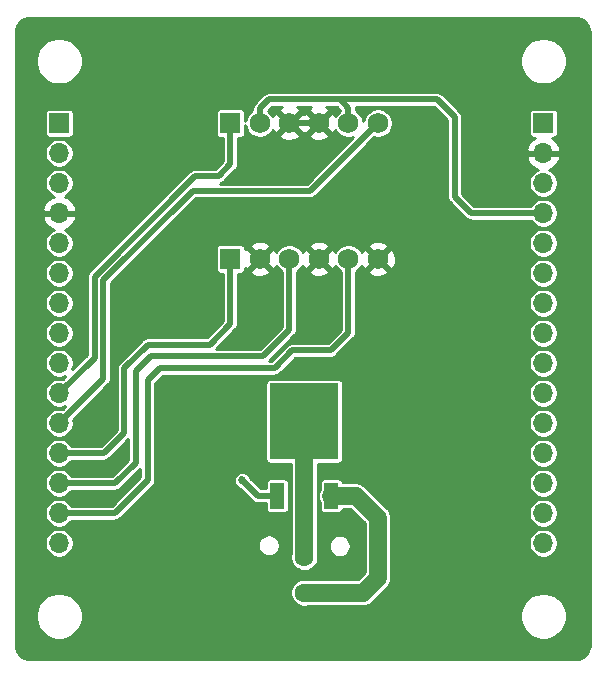
<source format=gtl>
%TF.GenerationSoftware,KiCad,Pcbnew,5.1.5+dfsg1-2build2*%
%TF.CreationDate,2021-01-24T20:27:35+01:00*%
%TF.ProjectId,PlacaStepperShield,506c6163-6153-4746-9570-706572536869,rev?*%
%TF.SameCoordinates,Original*%
%TF.FileFunction,Copper,L1,Top*%
%TF.FilePolarity,Positive*%
%FSLAX46Y46*%
G04 Gerber Fmt 4.6, Leading zero omitted, Abs format (unit mm)*
G04 Created by KiCad (PCBNEW 5.1.5+dfsg1-2build2) date 2021-01-24 20:27:35*
%MOMM*%
%LPD*%
G04 APERTURE LIST*
%ADD10R,1.750000X1.750000*%
%ADD11C,1.750000*%
%ADD12C,1.600000*%
%ADD13O,1.700000X1.700000*%
%ADD14R,1.700000X1.700000*%
%ADD15R,1.200000X2.200000*%
%ADD16R,5.800000X6.400000*%
%ADD17R,2.750000X3.050000*%
%ADD18C,0.685800*%
%ADD19C,0.500000*%
%ADD20C,1.500000*%
%ADD21C,0.254000*%
G04 APERTURE END LIST*
D10*
X143250000Y-63250000D03*
D11*
X145750000Y-63250000D03*
X148250000Y-63250000D03*
X150750000Y-63250000D03*
X153250000Y-63250000D03*
X155750000Y-63250000D03*
D12*
X149500000Y-103000000D03*
X149500000Y-100000000D03*
D11*
X155750000Y-74750000D03*
X153250000Y-74750000D03*
X150750000Y-74750000D03*
X148250000Y-74750000D03*
X145750000Y-74750000D03*
D10*
X143250000Y-74750000D03*
D13*
X128750000Y-98810000D03*
X128750000Y-96270000D03*
X128750000Y-93730000D03*
X128750000Y-91190000D03*
X128750000Y-88650000D03*
X128750000Y-86110000D03*
X128750000Y-83570000D03*
X128750000Y-81030000D03*
X128750000Y-78490000D03*
X128750000Y-75950000D03*
X128750000Y-73410000D03*
X128750000Y-70870000D03*
X128750000Y-68330000D03*
X128750000Y-65790000D03*
D14*
X128750000Y-63250000D03*
X169750000Y-63250000D03*
D13*
X169750000Y-65790000D03*
X169750000Y-68330000D03*
X169750000Y-70870000D03*
X169750000Y-73410000D03*
X169750000Y-75950000D03*
X169750000Y-78490000D03*
X169750000Y-81030000D03*
X169750000Y-83570000D03*
X169750000Y-86110000D03*
X169750000Y-88650000D03*
X169750000Y-91190000D03*
X169750000Y-93730000D03*
X169750000Y-96270000D03*
X169750000Y-98810000D03*
D15*
X147220000Y-94800000D03*
X151780000Y-94800000D03*
D16*
X149500000Y-88500000D03*
D17*
X151025000Y-86825000D03*
X147975000Y-90175000D03*
X147975000Y-86825000D03*
X151025000Y-90175000D03*
D18*
X133000000Y-70750000D03*
X136500000Y-67000000D03*
X146250000Y-66750000D03*
X149250000Y-66250000D03*
X137000000Y-75750000D03*
X139750000Y-75750000D03*
X143000000Y-86250000D03*
X144000000Y-88750000D03*
X160750000Y-82750000D03*
X160250000Y-89500000D03*
X163750000Y-87250000D03*
X165250000Y-78750000D03*
X156500000Y-70000000D03*
X158750000Y-68000000D03*
X144250000Y-93500000D03*
D19*
X143250000Y-66750000D02*
X143250000Y-63250000D01*
X142250000Y-67750000D02*
X143250000Y-66750000D01*
X131745989Y-76254011D02*
X140250000Y-67750000D01*
X140250000Y-67750000D02*
X142250000Y-67750000D01*
X131745989Y-83114011D02*
X131745989Y-76254011D01*
X128750000Y-86110000D02*
X131745989Y-83114011D01*
X153250000Y-62000000D02*
X153250000Y-63250000D01*
X152500000Y-61250000D02*
X153250000Y-62000000D01*
X145750000Y-62012564D02*
X146512564Y-61250000D01*
X146512564Y-61250000D02*
X152500000Y-61250000D01*
X145750000Y-63250000D02*
X145750000Y-62012564D01*
X152500000Y-61250000D02*
X160750000Y-61250000D01*
X160750000Y-61250000D02*
X162250000Y-62750000D01*
X162250000Y-62750000D02*
X162250000Y-69500000D01*
X163620000Y-70870000D02*
X169750000Y-70870000D01*
X162250000Y-69500000D02*
X163620000Y-70870000D01*
X148250000Y-63250000D02*
X150750000Y-63250000D01*
X155750000Y-63250000D02*
X150000000Y-69000000D01*
X132500000Y-76566332D02*
X132500000Y-84900000D01*
X150000000Y-69000000D02*
X140066332Y-69000000D01*
X140066332Y-69000000D02*
X132500000Y-76566332D01*
X132500000Y-84900000D02*
X129599999Y-87800001D01*
X129599999Y-87800001D02*
X128750000Y-88650000D01*
D20*
X155750000Y-96670000D02*
X155750000Y-101750000D01*
X153880000Y-94800000D02*
X155750000Y-96670000D01*
X151780000Y-94800000D02*
X153880000Y-94800000D01*
X149500000Y-103000000D02*
X154500000Y-103000000D01*
X154500000Y-103000000D02*
X155750000Y-101750000D01*
X149500000Y-88500000D02*
X149500000Y-100000000D01*
D19*
X137250000Y-84000000D02*
X136250000Y-85000000D01*
X146992798Y-84000000D02*
X137250000Y-84000000D01*
X133480000Y-96270000D02*
X128750000Y-96270000D01*
X136250000Y-85000000D02*
X136250000Y-93500000D01*
X148492798Y-82500000D02*
X146992798Y-84000000D01*
X151750000Y-82500000D02*
X148492798Y-82500000D01*
X153250000Y-81000000D02*
X151750000Y-82500000D01*
X136250000Y-93500000D02*
X133480000Y-96270000D01*
X153250000Y-74750000D02*
X153250000Y-81000000D01*
X135250000Y-84250000D02*
X135250000Y-92000000D01*
X136500000Y-83000000D02*
X135250000Y-84250000D01*
X135250000Y-92000000D02*
X133520000Y-93730000D01*
X148250000Y-80750000D02*
X146000000Y-83000000D01*
X133520000Y-93730000D02*
X128750000Y-93730000D01*
X146000000Y-83000000D02*
X136500000Y-83000000D01*
X148250000Y-74750000D02*
X148250000Y-80750000D01*
X132560000Y-91190000D02*
X128750000Y-91190000D01*
X134250000Y-89500000D02*
X132560000Y-91190000D01*
X134250000Y-84000000D02*
X134250000Y-89500000D01*
X136250000Y-82000000D02*
X134250000Y-84000000D01*
X141500000Y-82000000D02*
X136250000Y-82000000D01*
X143250000Y-80250000D02*
X141500000Y-82000000D01*
X143250000Y-74750000D02*
X143250000Y-80250000D01*
X145550000Y-94800000D02*
X144250000Y-93500000D01*
X147220000Y-94800000D02*
X145550000Y-94800000D01*
D21*
G36*
X172724427Y-54366549D02*
G01*
X172940309Y-54431728D01*
X173139421Y-54537598D01*
X173314171Y-54680121D01*
X173457917Y-54853880D01*
X173565172Y-55052243D01*
X173631855Y-55267661D01*
X173657100Y-55507854D01*
X173657101Y-107483214D01*
X173633450Y-107724430D01*
X173568272Y-107940309D01*
X173462402Y-108139421D01*
X173319877Y-108314174D01*
X173146121Y-108457917D01*
X172947757Y-108565172D01*
X172732339Y-108631855D01*
X172492146Y-108657100D01*
X126266776Y-108657100D01*
X126025570Y-108633450D01*
X125809691Y-108568272D01*
X125610579Y-108462402D01*
X125435826Y-108319877D01*
X125292083Y-108146121D01*
X125184828Y-107947757D01*
X125118145Y-107732339D01*
X125092900Y-107492146D01*
X125092900Y-104804889D01*
X126769000Y-104804889D01*
X126769000Y-105195111D01*
X126845129Y-105577836D01*
X126994461Y-105938355D01*
X127211257Y-106262814D01*
X127487186Y-106538743D01*
X127811645Y-106755539D01*
X128172164Y-106904871D01*
X128554889Y-106981000D01*
X128945111Y-106981000D01*
X129327836Y-106904871D01*
X129688355Y-106755539D01*
X130012814Y-106538743D01*
X130288743Y-106262814D01*
X130505539Y-105938355D01*
X130654871Y-105577836D01*
X130731000Y-105195111D01*
X130731000Y-104804889D01*
X167769000Y-104804889D01*
X167769000Y-105195111D01*
X167845129Y-105577836D01*
X167994461Y-105938355D01*
X168211257Y-106262814D01*
X168487186Y-106538743D01*
X168811645Y-106755539D01*
X169172164Y-106904871D01*
X169554889Y-106981000D01*
X169945111Y-106981000D01*
X170327836Y-106904871D01*
X170688355Y-106755539D01*
X171012814Y-106538743D01*
X171288743Y-106262814D01*
X171505539Y-105938355D01*
X171654871Y-105577836D01*
X171731000Y-105195111D01*
X171731000Y-104804889D01*
X171654871Y-104422164D01*
X171505539Y-104061645D01*
X171288743Y-103737186D01*
X171012814Y-103461257D01*
X170688355Y-103244461D01*
X170327836Y-103095129D01*
X169945111Y-103019000D01*
X169554889Y-103019000D01*
X169172164Y-103095129D01*
X168811645Y-103244461D01*
X168487186Y-103461257D01*
X168211257Y-103737186D01*
X167994461Y-104061645D01*
X167845129Y-104422164D01*
X167769000Y-104804889D01*
X130731000Y-104804889D01*
X130654871Y-104422164D01*
X130505539Y-104061645D01*
X130288743Y-103737186D01*
X130012814Y-103461257D01*
X129688355Y-103244461D01*
X129327836Y-103095129D01*
X128945111Y-103019000D01*
X128554889Y-103019000D01*
X128172164Y-103095129D01*
X127811645Y-103244461D01*
X127487186Y-103461257D01*
X127211257Y-103737186D01*
X126994461Y-104061645D01*
X126845129Y-104422164D01*
X126769000Y-104804889D01*
X125092900Y-104804889D01*
X125092900Y-102883682D01*
X148319000Y-102883682D01*
X148319000Y-103116318D01*
X148364386Y-103344485D01*
X148453412Y-103559413D01*
X148582658Y-103752843D01*
X148747157Y-103917342D01*
X148940587Y-104046588D01*
X149155515Y-104135614D01*
X149383682Y-104181000D01*
X149616318Y-104181000D01*
X149844485Y-104135614D01*
X149855624Y-104131000D01*
X154444450Y-104131000D01*
X154500000Y-104136471D01*
X154555550Y-104131000D01*
X154555558Y-104131000D01*
X154721715Y-104114635D01*
X154934909Y-104049963D01*
X155131390Y-103944942D01*
X155303607Y-103803607D01*
X155339025Y-103760450D01*
X156510455Y-102589021D01*
X156553607Y-102553607D01*
X156694942Y-102381390D01*
X156799963Y-102184909D01*
X156864635Y-101971715D01*
X156881000Y-101805558D01*
X156881000Y-101805551D01*
X156886471Y-101750000D01*
X156881000Y-101694450D01*
X156881000Y-98688757D01*
X168519000Y-98688757D01*
X168519000Y-98931243D01*
X168566307Y-99169069D01*
X168659102Y-99393097D01*
X168793820Y-99594717D01*
X168965283Y-99766180D01*
X169166903Y-99900898D01*
X169390931Y-99993693D01*
X169628757Y-100041000D01*
X169871243Y-100041000D01*
X170109069Y-99993693D01*
X170333097Y-99900898D01*
X170534717Y-99766180D01*
X170706180Y-99594717D01*
X170840898Y-99393097D01*
X170933693Y-99169069D01*
X170981000Y-98931243D01*
X170981000Y-98688757D01*
X170933693Y-98450931D01*
X170840898Y-98226903D01*
X170706180Y-98025283D01*
X170534717Y-97853820D01*
X170333097Y-97719102D01*
X170109069Y-97626307D01*
X169871243Y-97579000D01*
X169628757Y-97579000D01*
X169390931Y-97626307D01*
X169166903Y-97719102D01*
X168965283Y-97853820D01*
X168793820Y-98025283D01*
X168659102Y-98226903D01*
X168566307Y-98450931D01*
X168519000Y-98688757D01*
X156881000Y-98688757D01*
X156881000Y-96725547D01*
X156886471Y-96669999D01*
X156881000Y-96614451D01*
X156881000Y-96614442D01*
X156864635Y-96448285D01*
X156799963Y-96235091D01*
X156753817Y-96148757D01*
X168519000Y-96148757D01*
X168519000Y-96391243D01*
X168566307Y-96629069D01*
X168659102Y-96853097D01*
X168793820Y-97054717D01*
X168965283Y-97226180D01*
X169166903Y-97360898D01*
X169390931Y-97453693D01*
X169628757Y-97501000D01*
X169871243Y-97501000D01*
X170109069Y-97453693D01*
X170333097Y-97360898D01*
X170534717Y-97226180D01*
X170706180Y-97054717D01*
X170840898Y-96853097D01*
X170933693Y-96629069D01*
X170981000Y-96391243D01*
X170981000Y-96148757D01*
X170933693Y-95910931D01*
X170840898Y-95686903D01*
X170706180Y-95485283D01*
X170534717Y-95313820D01*
X170333097Y-95179102D01*
X170109069Y-95086307D01*
X169871243Y-95039000D01*
X169628757Y-95039000D01*
X169390931Y-95086307D01*
X169166903Y-95179102D01*
X168965283Y-95313820D01*
X168793820Y-95485283D01*
X168659102Y-95686903D01*
X168566307Y-95910931D01*
X168519000Y-96148757D01*
X156753817Y-96148757D01*
X156694942Y-96038610D01*
X156553607Y-95866393D01*
X156510450Y-95830975D01*
X154719025Y-94039550D01*
X154683607Y-93996393D01*
X154511390Y-93855058D01*
X154314909Y-93750037D01*
X154101715Y-93685365D01*
X153935558Y-93669000D01*
X153935550Y-93669000D01*
X153880000Y-93663529D01*
X153824450Y-93669000D01*
X152759790Y-93669000D01*
X152755487Y-93625311D01*
X152750466Y-93608757D01*
X168519000Y-93608757D01*
X168519000Y-93851243D01*
X168566307Y-94089069D01*
X168659102Y-94313097D01*
X168793820Y-94514717D01*
X168965283Y-94686180D01*
X169166903Y-94820898D01*
X169390931Y-94913693D01*
X169628757Y-94961000D01*
X169871243Y-94961000D01*
X170109069Y-94913693D01*
X170333097Y-94820898D01*
X170534717Y-94686180D01*
X170706180Y-94514717D01*
X170840898Y-94313097D01*
X170933693Y-94089069D01*
X170981000Y-93851243D01*
X170981000Y-93608757D01*
X170933693Y-93370931D01*
X170840898Y-93146903D01*
X170706180Y-92945283D01*
X170534717Y-92773820D01*
X170333097Y-92639102D01*
X170109069Y-92546307D01*
X169871243Y-92499000D01*
X169628757Y-92499000D01*
X169390931Y-92546307D01*
X169166903Y-92639102D01*
X168965283Y-92773820D01*
X168793820Y-92945283D01*
X168659102Y-93146903D01*
X168566307Y-93370931D01*
X168519000Y-93608757D01*
X152750466Y-93608757D01*
X152733701Y-93553492D01*
X152698322Y-93487304D01*
X152650711Y-93429289D01*
X152592696Y-93381678D01*
X152526508Y-93346299D01*
X152454689Y-93324513D01*
X152380000Y-93317157D01*
X151180000Y-93317157D01*
X151105311Y-93324513D01*
X151033492Y-93346299D01*
X150967304Y-93381678D01*
X150909289Y-93429289D01*
X150861678Y-93487304D01*
X150826299Y-93553492D01*
X150804513Y-93625311D01*
X150797157Y-93700000D01*
X150797157Y-94239518D01*
X150730037Y-94365091D01*
X150665365Y-94578285D01*
X150643528Y-94800000D01*
X150665365Y-95021715D01*
X150730037Y-95234909D01*
X150797157Y-95360482D01*
X150797157Y-95900000D01*
X150804513Y-95974689D01*
X150826299Y-96046508D01*
X150861678Y-96112696D01*
X150909289Y-96170711D01*
X150967304Y-96218322D01*
X151033492Y-96253701D01*
X151105311Y-96275487D01*
X151180000Y-96282843D01*
X152380000Y-96282843D01*
X152454689Y-96275487D01*
X152526508Y-96253701D01*
X152592696Y-96218322D01*
X152650711Y-96170711D01*
X152698322Y-96112696D01*
X152733701Y-96046508D01*
X152755487Y-95974689D01*
X152759790Y-95931000D01*
X153411525Y-95931000D01*
X154619000Y-97138475D01*
X154619001Y-101281523D01*
X154031525Y-101869000D01*
X149855624Y-101869000D01*
X149844485Y-101864386D01*
X149616318Y-101819000D01*
X149383682Y-101819000D01*
X149155515Y-101864386D01*
X148940587Y-101953412D01*
X148747157Y-102082658D01*
X148582658Y-102247157D01*
X148453412Y-102440587D01*
X148364386Y-102655515D01*
X148319000Y-102883682D01*
X125092900Y-102883682D01*
X125092900Y-98688757D01*
X127519000Y-98688757D01*
X127519000Y-98931243D01*
X127566307Y-99169069D01*
X127659102Y-99393097D01*
X127793820Y-99594717D01*
X127965283Y-99766180D01*
X128166903Y-99900898D01*
X128390931Y-99993693D01*
X128628757Y-100041000D01*
X128871243Y-100041000D01*
X129109069Y-99993693D01*
X129333097Y-99900898D01*
X129534717Y-99766180D01*
X129706180Y-99594717D01*
X129840898Y-99393097D01*
X129933693Y-99169069D01*
X129981000Y-98931243D01*
X129981000Y-98908304D01*
X145569000Y-98908304D01*
X145569000Y-99091696D01*
X145604778Y-99271563D01*
X145674958Y-99440994D01*
X145776845Y-99593478D01*
X145906522Y-99723155D01*
X146059006Y-99825042D01*
X146228437Y-99895222D01*
X146408304Y-99931000D01*
X146591696Y-99931000D01*
X146771563Y-99895222D01*
X146940994Y-99825042D01*
X147093478Y-99723155D01*
X147223155Y-99593478D01*
X147325042Y-99440994D01*
X147395222Y-99271563D01*
X147431000Y-99091696D01*
X147431000Y-98908304D01*
X147395222Y-98728437D01*
X147325042Y-98559006D01*
X147223155Y-98406522D01*
X147093478Y-98276845D01*
X146940994Y-98174958D01*
X146771563Y-98104778D01*
X146591696Y-98069000D01*
X146408304Y-98069000D01*
X146228437Y-98104778D01*
X146059006Y-98174958D01*
X145906522Y-98276845D01*
X145776845Y-98406522D01*
X145674958Y-98559006D01*
X145604778Y-98728437D01*
X145569000Y-98908304D01*
X129981000Y-98908304D01*
X129981000Y-98688757D01*
X129933693Y-98450931D01*
X129840898Y-98226903D01*
X129706180Y-98025283D01*
X129534717Y-97853820D01*
X129333097Y-97719102D01*
X129109069Y-97626307D01*
X128871243Y-97579000D01*
X128628757Y-97579000D01*
X128390931Y-97626307D01*
X128166903Y-97719102D01*
X127965283Y-97853820D01*
X127793820Y-98025283D01*
X127659102Y-98226903D01*
X127566307Y-98450931D01*
X127519000Y-98688757D01*
X125092900Y-98688757D01*
X125092900Y-91068757D01*
X127519000Y-91068757D01*
X127519000Y-91311243D01*
X127566307Y-91549069D01*
X127659102Y-91773097D01*
X127793820Y-91974717D01*
X127965283Y-92146180D01*
X128166903Y-92280898D01*
X128390931Y-92373693D01*
X128628757Y-92421000D01*
X128871243Y-92421000D01*
X129109069Y-92373693D01*
X129333097Y-92280898D01*
X129534717Y-92146180D01*
X129706180Y-91974717D01*
X129808890Y-91821000D01*
X132529010Y-91821000D01*
X132560000Y-91824052D01*
X132590990Y-91821000D01*
X132590998Y-91821000D01*
X132683698Y-91811870D01*
X132802642Y-91775789D01*
X132912261Y-91717196D01*
X133008343Y-91638343D01*
X133028105Y-91614263D01*
X134619001Y-90023368D01*
X134619001Y-91738631D01*
X133258632Y-93099000D01*
X129808890Y-93099000D01*
X129706180Y-92945283D01*
X129534717Y-92773820D01*
X129333097Y-92639102D01*
X129109069Y-92546307D01*
X128871243Y-92499000D01*
X128628757Y-92499000D01*
X128390931Y-92546307D01*
X128166903Y-92639102D01*
X127965283Y-92773820D01*
X127793820Y-92945283D01*
X127659102Y-93146903D01*
X127566307Y-93370931D01*
X127519000Y-93608757D01*
X127519000Y-93851243D01*
X127566307Y-94089069D01*
X127659102Y-94313097D01*
X127793820Y-94514717D01*
X127965283Y-94686180D01*
X128166903Y-94820898D01*
X128390931Y-94913693D01*
X128628757Y-94961000D01*
X128871243Y-94961000D01*
X129109069Y-94913693D01*
X129333097Y-94820898D01*
X129534717Y-94686180D01*
X129706180Y-94514717D01*
X129808890Y-94361000D01*
X133489010Y-94361000D01*
X133520000Y-94364052D01*
X133550990Y-94361000D01*
X133550998Y-94361000D01*
X133643698Y-94351870D01*
X133762642Y-94315789D01*
X133872261Y-94257196D01*
X133968343Y-94178343D01*
X133988105Y-94154263D01*
X135619001Y-92523367D01*
X135619001Y-93238630D01*
X133218632Y-95639000D01*
X129808890Y-95639000D01*
X129706180Y-95485283D01*
X129534717Y-95313820D01*
X129333097Y-95179102D01*
X129109069Y-95086307D01*
X128871243Y-95039000D01*
X128628757Y-95039000D01*
X128390931Y-95086307D01*
X128166903Y-95179102D01*
X127965283Y-95313820D01*
X127793820Y-95485283D01*
X127659102Y-95686903D01*
X127566307Y-95910931D01*
X127519000Y-96148757D01*
X127519000Y-96391243D01*
X127566307Y-96629069D01*
X127659102Y-96853097D01*
X127793820Y-97054717D01*
X127965283Y-97226180D01*
X128166903Y-97360898D01*
X128390931Y-97453693D01*
X128628757Y-97501000D01*
X128871243Y-97501000D01*
X129109069Y-97453693D01*
X129333097Y-97360898D01*
X129534717Y-97226180D01*
X129706180Y-97054717D01*
X129808890Y-96901000D01*
X133449010Y-96901000D01*
X133480000Y-96904052D01*
X133510990Y-96901000D01*
X133510998Y-96901000D01*
X133603698Y-96891870D01*
X133722642Y-96855789D01*
X133832261Y-96797196D01*
X133928343Y-96718343D01*
X133948105Y-96694263D01*
X136674268Y-93968101D01*
X136698343Y-93948343D01*
X136718104Y-93924265D01*
X136777196Y-93852261D01*
X136835789Y-93742642D01*
X136871870Y-93623698D01*
X136884053Y-93500000D01*
X136881000Y-93469002D01*
X136881000Y-93428702D01*
X143526100Y-93428702D01*
X143526100Y-93571298D01*
X143553919Y-93711154D01*
X143608488Y-93842895D01*
X143687710Y-93961460D01*
X143788540Y-94062290D01*
X143907105Y-94141512D01*
X144038846Y-94196081D01*
X144057404Y-94199772D01*
X145081899Y-95224268D01*
X145101657Y-95248343D01*
X145125732Y-95268101D01*
X145125734Y-95268103D01*
X145197739Y-95327196D01*
X145307358Y-95385789D01*
X145426302Y-95421870D01*
X145550000Y-95434053D01*
X145580998Y-95431000D01*
X146237157Y-95431000D01*
X146237157Y-95900000D01*
X146244513Y-95974689D01*
X146266299Y-96046508D01*
X146301678Y-96112696D01*
X146349289Y-96170711D01*
X146407304Y-96218322D01*
X146473492Y-96253701D01*
X146545311Y-96275487D01*
X146620000Y-96282843D01*
X147820000Y-96282843D01*
X147894689Y-96275487D01*
X147966508Y-96253701D01*
X148032696Y-96218322D01*
X148090711Y-96170711D01*
X148138322Y-96112696D01*
X148173701Y-96046508D01*
X148195487Y-95974689D01*
X148202843Y-95900000D01*
X148202843Y-93700000D01*
X148195487Y-93625311D01*
X148173701Y-93553492D01*
X148138322Y-93487304D01*
X148090711Y-93429289D01*
X148032696Y-93381678D01*
X147966508Y-93346299D01*
X147894689Y-93324513D01*
X147820000Y-93317157D01*
X146620000Y-93317157D01*
X146545311Y-93324513D01*
X146473492Y-93346299D01*
X146407304Y-93381678D01*
X146349289Y-93429289D01*
X146301678Y-93487304D01*
X146266299Y-93553492D01*
X146244513Y-93625311D01*
X146237157Y-93700000D01*
X146237157Y-94169000D01*
X145811369Y-94169000D01*
X144949772Y-93307404D01*
X144946081Y-93288846D01*
X144891512Y-93157105D01*
X144812290Y-93038540D01*
X144711460Y-92937710D01*
X144592895Y-92858488D01*
X144461154Y-92803919D01*
X144321298Y-92776100D01*
X144178702Y-92776100D01*
X144038846Y-92803919D01*
X143907105Y-92858488D01*
X143788540Y-92937710D01*
X143687710Y-93038540D01*
X143608488Y-93157105D01*
X143553919Y-93288846D01*
X143526100Y-93428702D01*
X136881000Y-93428702D01*
X136881000Y-85300000D01*
X146217157Y-85300000D01*
X146217157Y-91700000D01*
X146224513Y-91774689D01*
X146246299Y-91846508D01*
X146281678Y-91912696D01*
X146329289Y-91970711D01*
X146387304Y-92018322D01*
X146453492Y-92053701D01*
X146525311Y-92075487D01*
X146600000Y-92082843D01*
X148369000Y-92082843D01*
X148369001Y-99644373D01*
X148364386Y-99655515D01*
X148319000Y-99883682D01*
X148319000Y-100116318D01*
X148364386Y-100344485D01*
X148453412Y-100559413D01*
X148582658Y-100752843D01*
X148747157Y-100917342D01*
X148940587Y-101046588D01*
X149155515Y-101135614D01*
X149383682Y-101181000D01*
X149616318Y-101181000D01*
X149844485Y-101135614D01*
X150059413Y-101046588D01*
X150252843Y-100917342D01*
X150417342Y-100752843D01*
X150546588Y-100559413D01*
X150635614Y-100344485D01*
X150681000Y-100116318D01*
X150681000Y-99883682D01*
X150635614Y-99655515D01*
X150631000Y-99644376D01*
X150631000Y-98968304D01*
X151569000Y-98968304D01*
X151569000Y-99151696D01*
X151604778Y-99331563D01*
X151674958Y-99500994D01*
X151776845Y-99653478D01*
X151906522Y-99783155D01*
X152059006Y-99885042D01*
X152228437Y-99955222D01*
X152408304Y-99991000D01*
X152591696Y-99991000D01*
X152771563Y-99955222D01*
X152940994Y-99885042D01*
X153093478Y-99783155D01*
X153223155Y-99653478D01*
X153325042Y-99500994D01*
X153395222Y-99331563D01*
X153431000Y-99151696D01*
X153431000Y-98968304D01*
X153395222Y-98788437D01*
X153325042Y-98619006D01*
X153223155Y-98466522D01*
X153093478Y-98336845D01*
X152940994Y-98234958D01*
X152771563Y-98164778D01*
X152591696Y-98129000D01*
X152408304Y-98129000D01*
X152228437Y-98164778D01*
X152059006Y-98234958D01*
X151906522Y-98336845D01*
X151776845Y-98466522D01*
X151674958Y-98619006D01*
X151604778Y-98788437D01*
X151569000Y-98968304D01*
X150631000Y-98968304D01*
X150631000Y-92082843D01*
X152400000Y-92082843D01*
X152474689Y-92075487D01*
X152546508Y-92053701D01*
X152612696Y-92018322D01*
X152670711Y-91970711D01*
X152718322Y-91912696D01*
X152753701Y-91846508D01*
X152775487Y-91774689D01*
X152782843Y-91700000D01*
X152782843Y-91068757D01*
X168519000Y-91068757D01*
X168519000Y-91311243D01*
X168566307Y-91549069D01*
X168659102Y-91773097D01*
X168793820Y-91974717D01*
X168965283Y-92146180D01*
X169166903Y-92280898D01*
X169390931Y-92373693D01*
X169628757Y-92421000D01*
X169871243Y-92421000D01*
X170109069Y-92373693D01*
X170333097Y-92280898D01*
X170534717Y-92146180D01*
X170706180Y-91974717D01*
X170840898Y-91773097D01*
X170933693Y-91549069D01*
X170981000Y-91311243D01*
X170981000Y-91068757D01*
X170933693Y-90830931D01*
X170840898Y-90606903D01*
X170706180Y-90405283D01*
X170534717Y-90233820D01*
X170333097Y-90099102D01*
X170109069Y-90006307D01*
X169871243Y-89959000D01*
X169628757Y-89959000D01*
X169390931Y-90006307D01*
X169166903Y-90099102D01*
X168965283Y-90233820D01*
X168793820Y-90405283D01*
X168659102Y-90606903D01*
X168566307Y-90830931D01*
X168519000Y-91068757D01*
X152782843Y-91068757D01*
X152782843Y-88528757D01*
X168519000Y-88528757D01*
X168519000Y-88771243D01*
X168566307Y-89009069D01*
X168659102Y-89233097D01*
X168793820Y-89434717D01*
X168965283Y-89606180D01*
X169166903Y-89740898D01*
X169390931Y-89833693D01*
X169628757Y-89881000D01*
X169871243Y-89881000D01*
X170109069Y-89833693D01*
X170333097Y-89740898D01*
X170534717Y-89606180D01*
X170706180Y-89434717D01*
X170840898Y-89233097D01*
X170933693Y-89009069D01*
X170981000Y-88771243D01*
X170981000Y-88528757D01*
X170933693Y-88290931D01*
X170840898Y-88066903D01*
X170706180Y-87865283D01*
X170534717Y-87693820D01*
X170333097Y-87559102D01*
X170109069Y-87466307D01*
X169871243Y-87419000D01*
X169628757Y-87419000D01*
X169390931Y-87466307D01*
X169166903Y-87559102D01*
X168965283Y-87693820D01*
X168793820Y-87865283D01*
X168659102Y-88066903D01*
X168566307Y-88290931D01*
X168519000Y-88528757D01*
X152782843Y-88528757D01*
X152782843Y-85988757D01*
X168519000Y-85988757D01*
X168519000Y-86231243D01*
X168566307Y-86469069D01*
X168659102Y-86693097D01*
X168793820Y-86894717D01*
X168965283Y-87066180D01*
X169166903Y-87200898D01*
X169390931Y-87293693D01*
X169628757Y-87341000D01*
X169871243Y-87341000D01*
X170109069Y-87293693D01*
X170333097Y-87200898D01*
X170534717Y-87066180D01*
X170706180Y-86894717D01*
X170840898Y-86693097D01*
X170933693Y-86469069D01*
X170981000Y-86231243D01*
X170981000Y-85988757D01*
X170933693Y-85750931D01*
X170840898Y-85526903D01*
X170706180Y-85325283D01*
X170534717Y-85153820D01*
X170333097Y-85019102D01*
X170109069Y-84926307D01*
X169871243Y-84879000D01*
X169628757Y-84879000D01*
X169390931Y-84926307D01*
X169166903Y-85019102D01*
X168965283Y-85153820D01*
X168793820Y-85325283D01*
X168659102Y-85526903D01*
X168566307Y-85750931D01*
X168519000Y-85988757D01*
X152782843Y-85988757D01*
X152782843Y-85300000D01*
X152775487Y-85225311D01*
X152753701Y-85153492D01*
X152718322Y-85087304D01*
X152670711Y-85029289D01*
X152612696Y-84981678D01*
X152546508Y-84946299D01*
X152474689Y-84924513D01*
X152400000Y-84917157D01*
X146600000Y-84917157D01*
X146525311Y-84924513D01*
X146453492Y-84946299D01*
X146387304Y-84981678D01*
X146329289Y-85029289D01*
X146281678Y-85087304D01*
X146246299Y-85153492D01*
X146224513Y-85225311D01*
X146217157Y-85300000D01*
X136881000Y-85300000D01*
X136881000Y-85261368D01*
X137511369Y-84631000D01*
X146961808Y-84631000D01*
X146992798Y-84634052D01*
X147023788Y-84631000D01*
X147023796Y-84631000D01*
X147116496Y-84621870D01*
X147235440Y-84585789D01*
X147345059Y-84527196D01*
X147441141Y-84448343D01*
X147460903Y-84424263D01*
X148436409Y-83448757D01*
X168519000Y-83448757D01*
X168519000Y-83691243D01*
X168566307Y-83929069D01*
X168659102Y-84153097D01*
X168793820Y-84354717D01*
X168965283Y-84526180D01*
X169166903Y-84660898D01*
X169390931Y-84753693D01*
X169628757Y-84801000D01*
X169871243Y-84801000D01*
X170109069Y-84753693D01*
X170333097Y-84660898D01*
X170534717Y-84526180D01*
X170706180Y-84354717D01*
X170840898Y-84153097D01*
X170933693Y-83929069D01*
X170981000Y-83691243D01*
X170981000Y-83448757D01*
X170933693Y-83210931D01*
X170840898Y-82986903D01*
X170706180Y-82785283D01*
X170534717Y-82613820D01*
X170333097Y-82479102D01*
X170109069Y-82386307D01*
X169871243Y-82339000D01*
X169628757Y-82339000D01*
X169390931Y-82386307D01*
X169166903Y-82479102D01*
X168965283Y-82613820D01*
X168793820Y-82785283D01*
X168659102Y-82986903D01*
X168566307Y-83210931D01*
X168519000Y-83448757D01*
X148436409Y-83448757D01*
X148754167Y-83131000D01*
X151719010Y-83131000D01*
X151750000Y-83134052D01*
X151780990Y-83131000D01*
X151780998Y-83131000D01*
X151873698Y-83121870D01*
X151992642Y-83085789D01*
X152102261Y-83027196D01*
X152198343Y-82948343D01*
X152218105Y-82924263D01*
X153674268Y-81468101D01*
X153698343Y-81448343D01*
X153777196Y-81352261D01*
X153835789Y-81242642D01*
X153871870Y-81123698D01*
X153881000Y-81030998D01*
X153881000Y-81030989D01*
X153884052Y-81000001D01*
X153881000Y-80969013D01*
X153881000Y-80908757D01*
X168519000Y-80908757D01*
X168519000Y-81151243D01*
X168566307Y-81389069D01*
X168659102Y-81613097D01*
X168793820Y-81814717D01*
X168965283Y-81986180D01*
X169166903Y-82120898D01*
X169390931Y-82213693D01*
X169628757Y-82261000D01*
X169871243Y-82261000D01*
X170109069Y-82213693D01*
X170333097Y-82120898D01*
X170534717Y-81986180D01*
X170706180Y-81814717D01*
X170840898Y-81613097D01*
X170933693Y-81389069D01*
X170981000Y-81151243D01*
X170981000Y-80908757D01*
X170933693Y-80670931D01*
X170840898Y-80446903D01*
X170706180Y-80245283D01*
X170534717Y-80073820D01*
X170333097Y-79939102D01*
X170109069Y-79846307D01*
X169871243Y-79799000D01*
X169628757Y-79799000D01*
X169390931Y-79846307D01*
X169166903Y-79939102D01*
X168965283Y-80073820D01*
X168793820Y-80245283D01*
X168659102Y-80446903D01*
X168566307Y-80670931D01*
X168519000Y-80908757D01*
X153881000Y-80908757D01*
X153881000Y-78368757D01*
X168519000Y-78368757D01*
X168519000Y-78611243D01*
X168566307Y-78849069D01*
X168659102Y-79073097D01*
X168793820Y-79274717D01*
X168965283Y-79446180D01*
X169166903Y-79580898D01*
X169390931Y-79673693D01*
X169628757Y-79721000D01*
X169871243Y-79721000D01*
X170109069Y-79673693D01*
X170333097Y-79580898D01*
X170534717Y-79446180D01*
X170706180Y-79274717D01*
X170840898Y-79073097D01*
X170933693Y-78849069D01*
X170981000Y-78611243D01*
X170981000Y-78368757D01*
X170933693Y-78130931D01*
X170840898Y-77906903D01*
X170706180Y-77705283D01*
X170534717Y-77533820D01*
X170333097Y-77399102D01*
X170109069Y-77306307D01*
X169871243Y-77259000D01*
X169628757Y-77259000D01*
X169390931Y-77306307D01*
X169166903Y-77399102D01*
X168965283Y-77533820D01*
X168793820Y-77705283D01*
X168659102Y-77906903D01*
X168566307Y-78130931D01*
X168519000Y-78368757D01*
X153881000Y-78368757D01*
X153881000Y-75838958D01*
X153944931Y-75796240D01*
X154883365Y-75796240D01*
X154964025Y-76047868D01*
X155232329Y-76176267D01*
X155520526Y-76249855D01*
X155817543Y-76265804D01*
X156111963Y-76223501D01*
X156392474Y-76124572D01*
X156535975Y-76047868D01*
X156606211Y-75828757D01*
X168519000Y-75828757D01*
X168519000Y-76071243D01*
X168566307Y-76309069D01*
X168659102Y-76533097D01*
X168793820Y-76734717D01*
X168965283Y-76906180D01*
X169166903Y-77040898D01*
X169390931Y-77133693D01*
X169628757Y-77181000D01*
X169871243Y-77181000D01*
X170109069Y-77133693D01*
X170333097Y-77040898D01*
X170534717Y-76906180D01*
X170706180Y-76734717D01*
X170840898Y-76533097D01*
X170933693Y-76309069D01*
X170981000Y-76071243D01*
X170981000Y-75828757D01*
X170933693Y-75590931D01*
X170840898Y-75366903D01*
X170706180Y-75165283D01*
X170534717Y-74993820D01*
X170333097Y-74859102D01*
X170109069Y-74766307D01*
X169871243Y-74719000D01*
X169628757Y-74719000D01*
X169390931Y-74766307D01*
X169166903Y-74859102D01*
X168965283Y-74993820D01*
X168793820Y-75165283D01*
X168659102Y-75366903D01*
X168566307Y-75590931D01*
X168519000Y-75828757D01*
X156606211Y-75828757D01*
X156616635Y-75796240D01*
X155750000Y-74929605D01*
X154883365Y-75796240D01*
X153944931Y-75796240D01*
X154050653Y-75725599D01*
X154225599Y-75550653D01*
X154360180Y-75349239D01*
X154375428Y-75392474D01*
X154452132Y-75535975D01*
X154703760Y-75616635D01*
X155570395Y-74750000D01*
X155929605Y-74750000D01*
X156796240Y-75616635D01*
X157047868Y-75535975D01*
X157176267Y-75267671D01*
X157249855Y-74979474D01*
X157265804Y-74682457D01*
X157223501Y-74388037D01*
X157124572Y-74107526D01*
X157047868Y-73964025D01*
X156796240Y-73883365D01*
X155929605Y-74750000D01*
X155570395Y-74750000D01*
X154703760Y-73883365D01*
X154452132Y-73964025D01*
X154361688Y-74153018D01*
X154225599Y-73949347D01*
X154050653Y-73774401D01*
X153944932Y-73703760D01*
X154883365Y-73703760D01*
X155750000Y-74570395D01*
X156616635Y-73703760D01*
X156535975Y-73452132D01*
X156267671Y-73323733D01*
X156130693Y-73288757D01*
X168519000Y-73288757D01*
X168519000Y-73531243D01*
X168566307Y-73769069D01*
X168659102Y-73993097D01*
X168793820Y-74194717D01*
X168965283Y-74366180D01*
X169166903Y-74500898D01*
X169390931Y-74593693D01*
X169628757Y-74641000D01*
X169871243Y-74641000D01*
X170109069Y-74593693D01*
X170333097Y-74500898D01*
X170534717Y-74366180D01*
X170706180Y-74194717D01*
X170840898Y-73993097D01*
X170933693Y-73769069D01*
X170981000Y-73531243D01*
X170981000Y-73288757D01*
X170933693Y-73050931D01*
X170840898Y-72826903D01*
X170706180Y-72625283D01*
X170534717Y-72453820D01*
X170333097Y-72319102D01*
X170109069Y-72226307D01*
X169871243Y-72179000D01*
X169628757Y-72179000D01*
X169390931Y-72226307D01*
X169166903Y-72319102D01*
X168965283Y-72453820D01*
X168793820Y-72625283D01*
X168659102Y-72826903D01*
X168566307Y-73050931D01*
X168519000Y-73288757D01*
X156130693Y-73288757D01*
X155979474Y-73250145D01*
X155682457Y-73234196D01*
X155388037Y-73276499D01*
X155107526Y-73375428D01*
X154964025Y-73452132D01*
X154883365Y-73703760D01*
X153944932Y-73703760D01*
X153844939Y-73636947D01*
X153616362Y-73542268D01*
X153373705Y-73494000D01*
X153126295Y-73494000D01*
X152883638Y-73542268D01*
X152655061Y-73636947D01*
X152449347Y-73774401D01*
X152274401Y-73949347D01*
X152139820Y-74150761D01*
X152124572Y-74107526D01*
X152047868Y-73964025D01*
X151796240Y-73883365D01*
X150929605Y-74750000D01*
X151796240Y-75616635D01*
X152047868Y-75535975D01*
X152138312Y-75346982D01*
X152274401Y-75550653D01*
X152449347Y-75725599D01*
X152619000Y-75838958D01*
X152619001Y-80738630D01*
X151488632Y-81869000D01*
X148523785Y-81869000D01*
X148492797Y-81865948D01*
X148461809Y-81869000D01*
X148461800Y-81869000D01*
X148369100Y-81878130D01*
X148250156Y-81914211D01*
X148140537Y-81972804D01*
X148140535Y-81972805D01*
X148140536Y-81972805D01*
X148107398Y-82000001D01*
X148044455Y-82051657D01*
X148024697Y-82075732D01*
X146731430Y-83369000D01*
X146523368Y-83369000D01*
X148674268Y-81218101D01*
X148698343Y-81198343D01*
X148777196Y-81102261D01*
X148835789Y-80992642D01*
X148871870Y-80873698D01*
X148881000Y-80780998D01*
X148884053Y-80750000D01*
X148881000Y-80719002D01*
X148881000Y-75838958D01*
X148944931Y-75796240D01*
X149883365Y-75796240D01*
X149964025Y-76047868D01*
X150232329Y-76176267D01*
X150520526Y-76249855D01*
X150817543Y-76265804D01*
X151111963Y-76223501D01*
X151392474Y-76124572D01*
X151535975Y-76047868D01*
X151616635Y-75796240D01*
X150750000Y-74929605D01*
X149883365Y-75796240D01*
X148944931Y-75796240D01*
X149050653Y-75725599D01*
X149225599Y-75550653D01*
X149360180Y-75349239D01*
X149375428Y-75392474D01*
X149452132Y-75535975D01*
X149703760Y-75616635D01*
X150570395Y-74750000D01*
X149703760Y-73883365D01*
X149452132Y-73964025D01*
X149361688Y-74153018D01*
X149225599Y-73949347D01*
X149050653Y-73774401D01*
X148944932Y-73703760D01*
X149883365Y-73703760D01*
X150750000Y-74570395D01*
X151616635Y-73703760D01*
X151535975Y-73452132D01*
X151267671Y-73323733D01*
X150979474Y-73250145D01*
X150682457Y-73234196D01*
X150388037Y-73276499D01*
X150107526Y-73375428D01*
X149964025Y-73452132D01*
X149883365Y-73703760D01*
X148944932Y-73703760D01*
X148844939Y-73636947D01*
X148616362Y-73542268D01*
X148373705Y-73494000D01*
X148126295Y-73494000D01*
X147883638Y-73542268D01*
X147655061Y-73636947D01*
X147449347Y-73774401D01*
X147274401Y-73949347D01*
X147139820Y-74150761D01*
X147124572Y-74107526D01*
X147047868Y-73964025D01*
X146796240Y-73883365D01*
X145929605Y-74750000D01*
X146796240Y-75616635D01*
X147047868Y-75535975D01*
X147138312Y-75346982D01*
X147274401Y-75550653D01*
X147449347Y-75725599D01*
X147619000Y-75838958D01*
X147619001Y-80488630D01*
X145738632Y-82369000D01*
X142023368Y-82369000D01*
X143674268Y-80718101D01*
X143698343Y-80698343D01*
X143777196Y-80602261D01*
X143835789Y-80492642D01*
X143871870Y-80373698D01*
X143881000Y-80280998D01*
X143881000Y-80280991D01*
X143884052Y-80250000D01*
X143881000Y-80219010D01*
X143881000Y-76007843D01*
X144125000Y-76007843D01*
X144199689Y-76000487D01*
X144271508Y-75978701D01*
X144337696Y-75943322D01*
X144395711Y-75895711D01*
X144443322Y-75837696D01*
X144465481Y-75796240D01*
X144883365Y-75796240D01*
X144964025Y-76047868D01*
X145232329Y-76176267D01*
X145520526Y-76249855D01*
X145817543Y-76265804D01*
X146111963Y-76223501D01*
X146392474Y-76124572D01*
X146535975Y-76047868D01*
X146616635Y-75796240D01*
X145750000Y-74929605D01*
X144883365Y-75796240D01*
X144465481Y-75796240D01*
X144478701Y-75771508D01*
X144500487Y-75699689D01*
X144507843Y-75625000D01*
X144507843Y-75553833D01*
X144703760Y-75616635D01*
X145570395Y-74750000D01*
X144703760Y-73883365D01*
X144507843Y-73946167D01*
X144507843Y-73875000D01*
X144500487Y-73800311D01*
X144478701Y-73728492D01*
X144465482Y-73703760D01*
X144883365Y-73703760D01*
X145750000Y-74570395D01*
X146616635Y-73703760D01*
X146535975Y-73452132D01*
X146267671Y-73323733D01*
X145979474Y-73250145D01*
X145682457Y-73234196D01*
X145388037Y-73276499D01*
X145107526Y-73375428D01*
X144964025Y-73452132D01*
X144883365Y-73703760D01*
X144465482Y-73703760D01*
X144443322Y-73662304D01*
X144395711Y-73604289D01*
X144337696Y-73556678D01*
X144271508Y-73521299D01*
X144199689Y-73499513D01*
X144125000Y-73492157D01*
X142375000Y-73492157D01*
X142300311Y-73499513D01*
X142228492Y-73521299D01*
X142162304Y-73556678D01*
X142104289Y-73604289D01*
X142056678Y-73662304D01*
X142021299Y-73728492D01*
X141999513Y-73800311D01*
X141992157Y-73875000D01*
X141992157Y-75625000D01*
X141999513Y-75699689D01*
X142021299Y-75771508D01*
X142056678Y-75837696D01*
X142104289Y-75895711D01*
X142162304Y-75943322D01*
X142228492Y-75978701D01*
X142300311Y-76000487D01*
X142375000Y-76007843D01*
X142619000Y-76007843D01*
X142619001Y-79988630D01*
X141238632Y-81369000D01*
X136280987Y-81369000D01*
X136249999Y-81365948D01*
X136219011Y-81369000D01*
X136219002Y-81369000D01*
X136126302Y-81378130D01*
X136007358Y-81414211D01*
X135897739Y-81472804D01*
X135831463Y-81527196D01*
X135801657Y-81551657D01*
X135781899Y-81575732D01*
X133825737Y-83531895D01*
X133801657Y-83551657D01*
X133722804Y-83647740D01*
X133664211Y-83757359D01*
X133628130Y-83876303D01*
X133619000Y-83969003D01*
X133619000Y-83969010D01*
X133615948Y-84000000D01*
X133619000Y-84030990D01*
X133619001Y-89238630D01*
X132298632Y-90559000D01*
X129808890Y-90559000D01*
X129706180Y-90405283D01*
X129534717Y-90233820D01*
X129333097Y-90099102D01*
X129109069Y-90006307D01*
X128871243Y-89959000D01*
X128628757Y-89959000D01*
X128390931Y-90006307D01*
X128166903Y-90099102D01*
X127965283Y-90233820D01*
X127793820Y-90405283D01*
X127659102Y-90606903D01*
X127566307Y-90830931D01*
X127519000Y-91068757D01*
X125092900Y-91068757D01*
X125092900Y-83448757D01*
X127519000Y-83448757D01*
X127519000Y-83691243D01*
X127566307Y-83929069D01*
X127659102Y-84153097D01*
X127793820Y-84354717D01*
X127965283Y-84526180D01*
X128166903Y-84660898D01*
X128390931Y-84753693D01*
X128628757Y-84801000D01*
X128871243Y-84801000D01*
X129109069Y-84753693D01*
X129288092Y-84679540D01*
X129052564Y-84915067D01*
X128871243Y-84879000D01*
X128628757Y-84879000D01*
X128390931Y-84926307D01*
X128166903Y-85019102D01*
X127965283Y-85153820D01*
X127793820Y-85325283D01*
X127659102Y-85526903D01*
X127566307Y-85750931D01*
X127519000Y-85988757D01*
X127519000Y-86231243D01*
X127566307Y-86469069D01*
X127659102Y-86693097D01*
X127793820Y-86894717D01*
X127965283Y-87066180D01*
X128166903Y-87200898D01*
X128390931Y-87293693D01*
X128628757Y-87341000D01*
X128871243Y-87341000D01*
X129109069Y-87293693D01*
X129288093Y-87219539D01*
X129175738Y-87331893D01*
X129052564Y-87455067D01*
X128871243Y-87419000D01*
X128628757Y-87419000D01*
X128390931Y-87466307D01*
X128166903Y-87559102D01*
X127965283Y-87693820D01*
X127793820Y-87865283D01*
X127659102Y-88066903D01*
X127566307Y-88290931D01*
X127519000Y-88528757D01*
X127519000Y-88771243D01*
X127566307Y-89009069D01*
X127659102Y-89233097D01*
X127793820Y-89434717D01*
X127965283Y-89606180D01*
X128166903Y-89740898D01*
X128390931Y-89833693D01*
X128628757Y-89881000D01*
X128871243Y-89881000D01*
X129109069Y-89833693D01*
X129333097Y-89740898D01*
X129534717Y-89606180D01*
X129706180Y-89434717D01*
X129840898Y-89233097D01*
X129933693Y-89009069D01*
X129981000Y-88771243D01*
X129981000Y-88528757D01*
X129944933Y-88347436D01*
X132924268Y-85368101D01*
X132948343Y-85348343D01*
X132988018Y-85300000D01*
X133027196Y-85252261D01*
X133085789Y-85142642D01*
X133121870Y-85023698D01*
X133124204Y-85000000D01*
X133131000Y-84930998D01*
X133131000Y-84930991D01*
X133134052Y-84900000D01*
X133131000Y-84869010D01*
X133131000Y-76827700D01*
X140327701Y-69631000D01*
X149969010Y-69631000D01*
X150000000Y-69634052D01*
X150030990Y-69631000D01*
X150030998Y-69631000D01*
X150123698Y-69621870D01*
X150242642Y-69585789D01*
X150352261Y-69527196D01*
X150448343Y-69448343D01*
X150468105Y-69424263D01*
X155426176Y-64466193D01*
X155626295Y-64506000D01*
X155873705Y-64506000D01*
X156116362Y-64457732D01*
X156344939Y-64363053D01*
X156550653Y-64225599D01*
X156725599Y-64050653D01*
X156863053Y-63844939D01*
X156957732Y-63616362D01*
X157006000Y-63373705D01*
X157006000Y-63126295D01*
X156957732Y-62883638D01*
X156863053Y-62655061D01*
X156725599Y-62449347D01*
X156550653Y-62274401D01*
X156344939Y-62136947D01*
X156116362Y-62042268D01*
X155873705Y-61994000D01*
X155626295Y-61994000D01*
X155383638Y-62042268D01*
X155155061Y-62136947D01*
X154949347Y-62274401D01*
X154774401Y-62449347D01*
X154636947Y-62655061D01*
X154542268Y-62883638D01*
X154500000Y-63096131D01*
X154457732Y-62883638D01*
X154363053Y-62655061D01*
X154225599Y-62449347D01*
X154050653Y-62274401D01*
X153881000Y-62161042D01*
X153881000Y-62030987D01*
X153884052Y-61999999D01*
X153881000Y-61969011D01*
X153881000Y-61969002D01*
X153872333Y-61881000D01*
X160488632Y-61881000D01*
X161619000Y-63011369D01*
X161619001Y-69469000D01*
X161615948Y-69500000D01*
X161628130Y-69623697D01*
X161664211Y-69742641D01*
X161722804Y-69852260D01*
X161781897Y-69924265D01*
X161781900Y-69924268D01*
X161801658Y-69948343D01*
X161825733Y-69968101D01*
X163151899Y-71294268D01*
X163171657Y-71318343D01*
X163195732Y-71338101D01*
X163195734Y-71338103D01*
X163267739Y-71397196D01*
X163377358Y-71455789D01*
X163496302Y-71491870D01*
X163620000Y-71504053D01*
X163650998Y-71501000D01*
X168691110Y-71501000D01*
X168793820Y-71654717D01*
X168965283Y-71826180D01*
X169166903Y-71960898D01*
X169390931Y-72053693D01*
X169628757Y-72101000D01*
X169871243Y-72101000D01*
X170109069Y-72053693D01*
X170333097Y-71960898D01*
X170534717Y-71826180D01*
X170706180Y-71654717D01*
X170840898Y-71453097D01*
X170933693Y-71229069D01*
X170981000Y-70991243D01*
X170981000Y-70748757D01*
X170933693Y-70510931D01*
X170840898Y-70286903D01*
X170706180Y-70085283D01*
X170534717Y-69913820D01*
X170333097Y-69779102D01*
X170109069Y-69686307D01*
X169871243Y-69639000D01*
X169628757Y-69639000D01*
X169390931Y-69686307D01*
X169166903Y-69779102D01*
X168965283Y-69913820D01*
X168793820Y-70085283D01*
X168691110Y-70239000D01*
X163881369Y-70239000D01*
X162881000Y-69238632D01*
X162881000Y-66146890D01*
X168308524Y-66146890D01*
X168353175Y-66294099D01*
X168478359Y-66556920D01*
X168652412Y-66790269D01*
X168868645Y-66985178D01*
X169118748Y-67134157D01*
X169281168Y-67191772D01*
X169166903Y-67239102D01*
X168965283Y-67373820D01*
X168793820Y-67545283D01*
X168659102Y-67746903D01*
X168566307Y-67970931D01*
X168519000Y-68208757D01*
X168519000Y-68451243D01*
X168566307Y-68689069D01*
X168659102Y-68913097D01*
X168793820Y-69114717D01*
X168965283Y-69286180D01*
X169166903Y-69420898D01*
X169390931Y-69513693D01*
X169628757Y-69561000D01*
X169871243Y-69561000D01*
X170109069Y-69513693D01*
X170333097Y-69420898D01*
X170534717Y-69286180D01*
X170706180Y-69114717D01*
X170840898Y-68913097D01*
X170933693Y-68689069D01*
X170981000Y-68451243D01*
X170981000Y-68208757D01*
X170933693Y-67970931D01*
X170840898Y-67746903D01*
X170706180Y-67545283D01*
X170534717Y-67373820D01*
X170333097Y-67239102D01*
X170218832Y-67191772D01*
X170381252Y-67134157D01*
X170631355Y-66985178D01*
X170847588Y-66790269D01*
X171021641Y-66556920D01*
X171146825Y-66294099D01*
X171191476Y-66146890D01*
X171070155Y-65917000D01*
X169877000Y-65917000D01*
X169877000Y-65937000D01*
X169623000Y-65937000D01*
X169623000Y-65917000D01*
X168429845Y-65917000D01*
X168308524Y-66146890D01*
X162881000Y-66146890D01*
X162881000Y-65433110D01*
X168308524Y-65433110D01*
X168429845Y-65663000D01*
X169623000Y-65663000D01*
X169623000Y-65643000D01*
X169877000Y-65643000D01*
X169877000Y-65663000D01*
X171070155Y-65663000D01*
X171191476Y-65433110D01*
X171146825Y-65285901D01*
X171021641Y-65023080D01*
X170847588Y-64789731D01*
X170631355Y-64594822D01*
X170443367Y-64482843D01*
X170600000Y-64482843D01*
X170674689Y-64475487D01*
X170746508Y-64453701D01*
X170812696Y-64418322D01*
X170870711Y-64370711D01*
X170918322Y-64312696D01*
X170953701Y-64246508D01*
X170975487Y-64174689D01*
X170982843Y-64100000D01*
X170982843Y-62400000D01*
X170975487Y-62325311D01*
X170953701Y-62253492D01*
X170918322Y-62187304D01*
X170870711Y-62129289D01*
X170812696Y-62081678D01*
X170746508Y-62046299D01*
X170674689Y-62024513D01*
X170600000Y-62017157D01*
X168900000Y-62017157D01*
X168825311Y-62024513D01*
X168753492Y-62046299D01*
X168687304Y-62081678D01*
X168629289Y-62129289D01*
X168581678Y-62187304D01*
X168546299Y-62253492D01*
X168524513Y-62325311D01*
X168517157Y-62400000D01*
X168517157Y-64100000D01*
X168524513Y-64174689D01*
X168546299Y-64246508D01*
X168581678Y-64312696D01*
X168629289Y-64370711D01*
X168687304Y-64418322D01*
X168753492Y-64453701D01*
X168825311Y-64475487D01*
X168900000Y-64482843D01*
X169056633Y-64482843D01*
X168868645Y-64594822D01*
X168652412Y-64789731D01*
X168478359Y-65023080D01*
X168353175Y-65285901D01*
X168308524Y-65433110D01*
X162881000Y-65433110D01*
X162881000Y-62780987D01*
X162884052Y-62749999D01*
X162881000Y-62719011D01*
X162881000Y-62719002D01*
X162871870Y-62626302D01*
X162835789Y-62507358D01*
X162777196Y-62397739D01*
X162698343Y-62301657D01*
X162674269Y-62281900D01*
X161218105Y-60825737D01*
X161198343Y-60801657D01*
X161102261Y-60722804D01*
X160992642Y-60664211D01*
X160873698Y-60628130D01*
X160780998Y-60619000D01*
X160780990Y-60619000D01*
X160750000Y-60615948D01*
X160719010Y-60619000D01*
X152530990Y-60619000D01*
X152500000Y-60615948D01*
X152469010Y-60619000D01*
X146543551Y-60619000D01*
X146512563Y-60615948D01*
X146481575Y-60619000D01*
X146481566Y-60619000D01*
X146388866Y-60628130D01*
X146269922Y-60664211D01*
X146160303Y-60722804D01*
X146064221Y-60801657D01*
X146044463Y-60825732D01*
X145325733Y-61544463D01*
X145301658Y-61564221D01*
X145281900Y-61588296D01*
X145281897Y-61588299D01*
X145222804Y-61660304D01*
X145164211Y-61769923D01*
X145128130Y-61888867D01*
X145115948Y-62012564D01*
X145119001Y-62043564D01*
X145119001Y-62161042D01*
X144949347Y-62274401D01*
X144774401Y-62449347D01*
X144636947Y-62655061D01*
X144542268Y-62883638D01*
X144507843Y-63056702D01*
X144507843Y-62375000D01*
X144500487Y-62300311D01*
X144478701Y-62228492D01*
X144443322Y-62162304D01*
X144395711Y-62104289D01*
X144337696Y-62056678D01*
X144271508Y-62021299D01*
X144199689Y-61999513D01*
X144125000Y-61992157D01*
X142375000Y-61992157D01*
X142300311Y-61999513D01*
X142228492Y-62021299D01*
X142162304Y-62056678D01*
X142104289Y-62104289D01*
X142056678Y-62162304D01*
X142021299Y-62228492D01*
X141999513Y-62300311D01*
X141992157Y-62375000D01*
X141992157Y-64125000D01*
X141999513Y-64199689D01*
X142021299Y-64271508D01*
X142056678Y-64337696D01*
X142104289Y-64395711D01*
X142162304Y-64443322D01*
X142228492Y-64478701D01*
X142300311Y-64500487D01*
X142375000Y-64507843D01*
X142619001Y-64507843D01*
X142619000Y-66488631D01*
X141988632Y-67119000D01*
X140280990Y-67119000D01*
X140250000Y-67115948D01*
X140219009Y-67119000D01*
X140219002Y-67119000D01*
X140126302Y-67128130D01*
X140007358Y-67164211D01*
X139897739Y-67222804D01*
X139831463Y-67277196D01*
X139801657Y-67301657D01*
X139781899Y-67325732D01*
X131321722Y-75785910D01*
X131297647Y-75805668D01*
X131277889Y-75829743D01*
X131277886Y-75829746D01*
X131218793Y-75901751D01*
X131160200Y-76011370D01*
X131124119Y-76130314D01*
X131111937Y-76254011D01*
X131114990Y-76285011D01*
X131114989Y-82852642D01*
X129859540Y-84108092D01*
X129933693Y-83929069D01*
X129981000Y-83691243D01*
X129981000Y-83448757D01*
X129933693Y-83210931D01*
X129840898Y-82986903D01*
X129706180Y-82785283D01*
X129534717Y-82613820D01*
X129333097Y-82479102D01*
X129109069Y-82386307D01*
X128871243Y-82339000D01*
X128628757Y-82339000D01*
X128390931Y-82386307D01*
X128166903Y-82479102D01*
X127965283Y-82613820D01*
X127793820Y-82785283D01*
X127659102Y-82986903D01*
X127566307Y-83210931D01*
X127519000Y-83448757D01*
X125092900Y-83448757D01*
X125092900Y-80908757D01*
X127519000Y-80908757D01*
X127519000Y-81151243D01*
X127566307Y-81389069D01*
X127659102Y-81613097D01*
X127793820Y-81814717D01*
X127965283Y-81986180D01*
X128166903Y-82120898D01*
X128390931Y-82213693D01*
X128628757Y-82261000D01*
X128871243Y-82261000D01*
X129109069Y-82213693D01*
X129333097Y-82120898D01*
X129534717Y-81986180D01*
X129706180Y-81814717D01*
X129840898Y-81613097D01*
X129933693Y-81389069D01*
X129981000Y-81151243D01*
X129981000Y-80908757D01*
X129933693Y-80670931D01*
X129840898Y-80446903D01*
X129706180Y-80245283D01*
X129534717Y-80073820D01*
X129333097Y-79939102D01*
X129109069Y-79846307D01*
X128871243Y-79799000D01*
X128628757Y-79799000D01*
X128390931Y-79846307D01*
X128166903Y-79939102D01*
X127965283Y-80073820D01*
X127793820Y-80245283D01*
X127659102Y-80446903D01*
X127566307Y-80670931D01*
X127519000Y-80908757D01*
X125092900Y-80908757D01*
X125092900Y-78368757D01*
X127519000Y-78368757D01*
X127519000Y-78611243D01*
X127566307Y-78849069D01*
X127659102Y-79073097D01*
X127793820Y-79274717D01*
X127965283Y-79446180D01*
X128166903Y-79580898D01*
X128390931Y-79673693D01*
X128628757Y-79721000D01*
X128871243Y-79721000D01*
X129109069Y-79673693D01*
X129333097Y-79580898D01*
X129534717Y-79446180D01*
X129706180Y-79274717D01*
X129840898Y-79073097D01*
X129933693Y-78849069D01*
X129981000Y-78611243D01*
X129981000Y-78368757D01*
X129933693Y-78130931D01*
X129840898Y-77906903D01*
X129706180Y-77705283D01*
X129534717Y-77533820D01*
X129333097Y-77399102D01*
X129109069Y-77306307D01*
X128871243Y-77259000D01*
X128628757Y-77259000D01*
X128390931Y-77306307D01*
X128166903Y-77399102D01*
X127965283Y-77533820D01*
X127793820Y-77705283D01*
X127659102Y-77906903D01*
X127566307Y-78130931D01*
X127519000Y-78368757D01*
X125092900Y-78368757D01*
X125092900Y-75828757D01*
X127519000Y-75828757D01*
X127519000Y-76071243D01*
X127566307Y-76309069D01*
X127659102Y-76533097D01*
X127793820Y-76734717D01*
X127965283Y-76906180D01*
X128166903Y-77040898D01*
X128390931Y-77133693D01*
X128628757Y-77181000D01*
X128871243Y-77181000D01*
X129109069Y-77133693D01*
X129333097Y-77040898D01*
X129534717Y-76906180D01*
X129706180Y-76734717D01*
X129840898Y-76533097D01*
X129933693Y-76309069D01*
X129981000Y-76071243D01*
X129981000Y-75828757D01*
X129933693Y-75590931D01*
X129840898Y-75366903D01*
X129706180Y-75165283D01*
X129534717Y-74993820D01*
X129333097Y-74859102D01*
X129109069Y-74766307D01*
X128871243Y-74719000D01*
X128628757Y-74719000D01*
X128390931Y-74766307D01*
X128166903Y-74859102D01*
X127965283Y-74993820D01*
X127793820Y-75165283D01*
X127659102Y-75366903D01*
X127566307Y-75590931D01*
X127519000Y-75828757D01*
X125092900Y-75828757D01*
X125092900Y-71226890D01*
X127308524Y-71226890D01*
X127353175Y-71374099D01*
X127478359Y-71636920D01*
X127652412Y-71870269D01*
X127868645Y-72065178D01*
X128118748Y-72214157D01*
X128281168Y-72271772D01*
X128166903Y-72319102D01*
X127965283Y-72453820D01*
X127793820Y-72625283D01*
X127659102Y-72826903D01*
X127566307Y-73050931D01*
X127519000Y-73288757D01*
X127519000Y-73531243D01*
X127566307Y-73769069D01*
X127659102Y-73993097D01*
X127793820Y-74194717D01*
X127965283Y-74366180D01*
X128166903Y-74500898D01*
X128390931Y-74593693D01*
X128628757Y-74641000D01*
X128871243Y-74641000D01*
X129109069Y-74593693D01*
X129333097Y-74500898D01*
X129534717Y-74366180D01*
X129706180Y-74194717D01*
X129840898Y-73993097D01*
X129933693Y-73769069D01*
X129981000Y-73531243D01*
X129981000Y-73288757D01*
X129933693Y-73050931D01*
X129840898Y-72826903D01*
X129706180Y-72625283D01*
X129534717Y-72453820D01*
X129333097Y-72319102D01*
X129218832Y-72271772D01*
X129381252Y-72214157D01*
X129631355Y-72065178D01*
X129847588Y-71870269D01*
X130021641Y-71636920D01*
X130146825Y-71374099D01*
X130191476Y-71226890D01*
X130070155Y-70997000D01*
X128877000Y-70997000D01*
X128877000Y-71017000D01*
X128623000Y-71017000D01*
X128623000Y-70997000D01*
X127429845Y-70997000D01*
X127308524Y-71226890D01*
X125092900Y-71226890D01*
X125092900Y-70513110D01*
X127308524Y-70513110D01*
X127429845Y-70743000D01*
X128623000Y-70743000D01*
X128623000Y-70723000D01*
X128877000Y-70723000D01*
X128877000Y-70743000D01*
X130070155Y-70743000D01*
X130191476Y-70513110D01*
X130146825Y-70365901D01*
X130021641Y-70103080D01*
X129847588Y-69869731D01*
X129631355Y-69674822D01*
X129381252Y-69525843D01*
X129218832Y-69468228D01*
X129333097Y-69420898D01*
X129534717Y-69286180D01*
X129706180Y-69114717D01*
X129840898Y-68913097D01*
X129933693Y-68689069D01*
X129981000Y-68451243D01*
X129981000Y-68208757D01*
X129933693Y-67970931D01*
X129840898Y-67746903D01*
X129706180Y-67545283D01*
X129534717Y-67373820D01*
X129333097Y-67239102D01*
X129109069Y-67146307D01*
X128871243Y-67099000D01*
X128628757Y-67099000D01*
X128390931Y-67146307D01*
X128166903Y-67239102D01*
X127965283Y-67373820D01*
X127793820Y-67545283D01*
X127659102Y-67746903D01*
X127566307Y-67970931D01*
X127519000Y-68208757D01*
X127519000Y-68451243D01*
X127566307Y-68689069D01*
X127659102Y-68913097D01*
X127793820Y-69114717D01*
X127965283Y-69286180D01*
X128166903Y-69420898D01*
X128281168Y-69468228D01*
X128118748Y-69525843D01*
X127868645Y-69674822D01*
X127652412Y-69869731D01*
X127478359Y-70103080D01*
X127353175Y-70365901D01*
X127308524Y-70513110D01*
X125092900Y-70513110D01*
X125092900Y-65668757D01*
X127519000Y-65668757D01*
X127519000Y-65911243D01*
X127566307Y-66149069D01*
X127659102Y-66373097D01*
X127793820Y-66574717D01*
X127965283Y-66746180D01*
X128166903Y-66880898D01*
X128390931Y-66973693D01*
X128628757Y-67021000D01*
X128871243Y-67021000D01*
X129109069Y-66973693D01*
X129333097Y-66880898D01*
X129534717Y-66746180D01*
X129706180Y-66574717D01*
X129840898Y-66373097D01*
X129933693Y-66149069D01*
X129981000Y-65911243D01*
X129981000Y-65668757D01*
X129933693Y-65430931D01*
X129840898Y-65206903D01*
X129706180Y-65005283D01*
X129534717Y-64833820D01*
X129333097Y-64699102D01*
X129109069Y-64606307D01*
X128871243Y-64559000D01*
X128628757Y-64559000D01*
X128390931Y-64606307D01*
X128166903Y-64699102D01*
X127965283Y-64833820D01*
X127793820Y-65005283D01*
X127659102Y-65206903D01*
X127566307Y-65430931D01*
X127519000Y-65668757D01*
X125092900Y-65668757D01*
X125092900Y-62400000D01*
X127517157Y-62400000D01*
X127517157Y-64100000D01*
X127524513Y-64174689D01*
X127546299Y-64246508D01*
X127581678Y-64312696D01*
X127629289Y-64370711D01*
X127687304Y-64418322D01*
X127753492Y-64453701D01*
X127825311Y-64475487D01*
X127900000Y-64482843D01*
X129600000Y-64482843D01*
X129674689Y-64475487D01*
X129746508Y-64453701D01*
X129812696Y-64418322D01*
X129870711Y-64370711D01*
X129918322Y-64312696D01*
X129953701Y-64246508D01*
X129975487Y-64174689D01*
X129982843Y-64100000D01*
X129982843Y-62400000D01*
X129975487Y-62325311D01*
X129953701Y-62253492D01*
X129918322Y-62187304D01*
X129870711Y-62129289D01*
X129812696Y-62081678D01*
X129746508Y-62046299D01*
X129674689Y-62024513D01*
X129600000Y-62017157D01*
X127900000Y-62017157D01*
X127825311Y-62024513D01*
X127753492Y-62046299D01*
X127687304Y-62081678D01*
X127629289Y-62129289D01*
X127581678Y-62187304D01*
X127546299Y-62253492D01*
X127524513Y-62325311D01*
X127517157Y-62400000D01*
X125092900Y-62400000D01*
X125092900Y-57804889D01*
X126769000Y-57804889D01*
X126769000Y-58195111D01*
X126845129Y-58577836D01*
X126994461Y-58938355D01*
X127211257Y-59262814D01*
X127487186Y-59538743D01*
X127811645Y-59755539D01*
X128172164Y-59904871D01*
X128554889Y-59981000D01*
X128945111Y-59981000D01*
X129327836Y-59904871D01*
X129688355Y-59755539D01*
X130012814Y-59538743D01*
X130288743Y-59262814D01*
X130505539Y-58938355D01*
X130654871Y-58577836D01*
X130731000Y-58195111D01*
X130731000Y-57804889D01*
X167769000Y-57804889D01*
X167769000Y-58195111D01*
X167845129Y-58577836D01*
X167994461Y-58938355D01*
X168211257Y-59262814D01*
X168487186Y-59538743D01*
X168811645Y-59755539D01*
X169172164Y-59904871D01*
X169554889Y-59981000D01*
X169945111Y-59981000D01*
X170327836Y-59904871D01*
X170688355Y-59755539D01*
X171012814Y-59538743D01*
X171288743Y-59262814D01*
X171505539Y-58938355D01*
X171654871Y-58577836D01*
X171731000Y-58195111D01*
X171731000Y-57804889D01*
X171654871Y-57422164D01*
X171505539Y-57061645D01*
X171288743Y-56737186D01*
X171012814Y-56461257D01*
X170688355Y-56244461D01*
X170327836Y-56095129D01*
X169945111Y-56019000D01*
X169554889Y-56019000D01*
X169172164Y-56095129D01*
X168811645Y-56244461D01*
X168487186Y-56461257D01*
X168211257Y-56737186D01*
X167994461Y-57061645D01*
X167845129Y-57422164D01*
X167769000Y-57804889D01*
X130731000Y-57804889D01*
X130654871Y-57422164D01*
X130505539Y-57061645D01*
X130288743Y-56737186D01*
X130012814Y-56461257D01*
X129688355Y-56244461D01*
X129327836Y-56095129D01*
X128945111Y-56019000D01*
X128554889Y-56019000D01*
X128172164Y-56095129D01*
X127811645Y-56244461D01*
X127487186Y-56461257D01*
X127211257Y-56737186D01*
X126994461Y-57061645D01*
X126845129Y-57422164D01*
X126769000Y-57804889D01*
X125092900Y-57804889D01*
X125092900Y-55516775D01*
X125116549Y-55275573D01*
X125181728Y-55059691D01*
X125287598Y-54860579D01*
X125430121Y-54685829D01*
X125603880Y-54542083D01*
X125802243Y-54434828D01*
X126017661Y-54368145D01*
X126257854Y-54342900D01*
X172483225Y-54342900D01*
X172724427Y-54366549D01*
G37*
X172724427Y-54366549D02*
X172940309Y-54431728D01*
X173139421Y-54537598D01*
X173314171Y-54680121D01*
X173457917Y-54853880D01*
X173565172Y-55052243D01*
X173631855Y-55267661D01*
X173657100Y-55507854D01*
X173657101Y-107483214D01*
X173633450Y-107724430D01*
X173568272Y-107940309D01*
X173462402Y-108139421D01*
X173319877Y-108314174D01*
X173146121Y-108457917D01*
X172947757Y-108565172D01*
X172732339Y-108631855D01*
X172492146Y-108657100D01*
X126266776Y-108657100D01*
X126025570Y-108633450D01*
X125809691Y-108568272D01*
X125610579Y-108462402D01*
X125435826Y-108319877D01*
X125292083Y-108146121D01*
X125184828Y-107947757D01*
X125118145Y-107732339D01*
X125092900Y-107492146D01*
X125092900Y-104804889D01*
X126769000Y-104804889D01*
X126769000Y-105195111D01*
X126845129Y-105577836D01*
X126994461Y-105938355D01*
X127211257Y-106262814D01*
X127487186Y-106538743D01*
X127811645Y-106755539D01*
X128172164Y-106904871D01*
X128554889Y-106981000D01*
X128945111Y-106981000D01*
X129327836Y-106904871D01*
X129688355Y-106755539D01*
X130012814Y-106538743D01*
X130288743Y-106262814D01*
X130505539Y-105938355D01*
X130654871Y-105577836D01*
X130731000Y-105195111D01*
X130731000Y-104804889D01*
X167769000Y-104804889D01*
X167769000Y-105195111D01*
X167845129Y-105577836D01*
X167994461Y-105938355D01*
X168211257Y-106262814D01*
X168487186Y-106538743D01*
X168811645Y-106755539D01*
X169172164Y-106904871D01*
X169554889Y-106981000D01*
X169945111Y-106981000D01*
X170327836Y-106904871D01*
X170688355Y-106755539D01*
X171012814Y-106538743D01*
X171288743Y-106262814D01*
X171505539Y-105938355D01*
X171654871Y-105577836D01*
X171731000Y-105195111D01*
X171731000Y-104804889D01*
X171654871Y-104422164D01*
X171505539Y-104061645D01*
X171288743Y-103737186D01*
X171012814Y-103461257D01*
X170688355Y-103244461D01*
X170327836Y-103095129D01*
X169945111Y-103019000D01*
X169554889Y-103019000D01*
X169172164Y-103095129D01*
X168811645Y-103244461D01*
X168487186Y-103461257D01*
X168211257Y-103737186D01*
X167994461Y-104061645D01*
X167845129Y-104422164D01*
X167769000Y-104804889D01*
X130731000Y-104804889D01*
X130654871Y-104422164D01*
X130505539Y-104061645D01*
X130288743Y-103737186D01*
X130012814Y-103461257D01*
X129688355Y-103244461D01*
X129327836Y-103095129D01*
X128945111Y-103019000D01*
X128554889Y-103019000D01*
X128172164Y-103095129D01*
X127811645Y-103244461D01*
X127487186Y-103461257D01*
X127211257Y-103737186D01*
X126994461Y-104061645D01*
X126845129Y-104422164D01*
X126769000Y-104804889D01*
X125092900Y-104804889D01*
X125092900Y-102883682D01*
X148319000Y-102883682D01*
X148319000Y-103116318D01*
X148364386Y-103344485D01*
X148453412Y-103559413D01*
X148582658Y-103752843D01*
X148747157Y-103917342D01*
X148940587Y-104046588D01*
X149155515Y-104135614D01*
X149383682Y-104181000D01*
X149616318Y-104181000D01*
X149844485Y-104135614D01*
X149855624Y-104131000D01*
X154444450Y-104131000D01*
X154500000Y-104136471D01*
X154555550Y-104131000D01*
X154555558Y-104131000D01*
X154721715Y-104114635D01*
X154934909Y-104049963D01*
X155131390Y-103944942D01*
X155303607Y-103803607D01*
X155339025Y-103760450D01*
X156510455Y-102589021D01*
X156553607Y-102553607D01*
X156694942Y-102381390D01*
X156799963Y-102184909D01*
X156864635Y-101971715D01*
X156881000Y-101805558D01*
X156881000Y-101805551D01*
X156886471Y-101750000D01*
X156881000Y-101694450D01*
X156881000Y-98688757D01*
X168519000Y-98688757D01*
X168519000Y-98931243D01*
X168566307Y-99169069D01*
X168659102Y-99393097D01*
X168793820Y-99594717D01*
X168965283Y-99766180D01*
X169166903Y-99900898D01*
X169390931Y-99993693D01*
X169628757Y-100041000D01*
X169871243Y-100041000D01*
X170109069Y-99993693D01*
X170333097Y-99900898D01*
X170534717Y-99766180D01*
X170706180Y-99594717D01*
X170840898Y-99393097D01*
X170933693Y-99169069D01*
X170981000Y-98931243D01*
X170981000Y-98688757D01*
X170933693Y-98450931D01*
X170840898Y-98226903D01*
X170706180Y-98025283D01*
X170534717Y-97853820D01*
X170333097Y-97719102D01*
X170109069Y-97626307D01*
X169871243Y-97579000D01*
X169628757Y-97579000D01*
X169390931Y-97626307D01*
X169166903Y-97719102D01*
X168965283Y-97853820D01*
X168793820Y-98025283D01*
X168659102Y-98226903D01*
X168566307Y-98450931D01*
X168519000Y-98688757D01*
X156881000Y-98688757D01*
X156881000Y-96725547D01*
X156886471Y-96669999D01*
X156881000Y-96614451D01*
X156881000Y-96614442D01*
X156864635Y-96448285D01*
X156799963Y-96235091D01*
X156753817Y-96148757D01*
X168519000Y-96148757D01*
X168519000Y-96391243D01*
X168566307Y-96629069D01*
X168659102Y-96853097D01*
X168793820Y-97054717D01*
X168965283Y-97226180D01*
X169166903Y-97360898D01*
X169390931Y-97453693D01*
X169628757Y-97501000D01*
X169871243Y-97501000D01*
X170109069Y-97453693D01*
X170333097Y-97360898D01*
X170534717Y-97226180D01*
X170706180Y-97054717D01*
X170840898Y-96853097D01*
X170933693Y-96629069D01*
X170981000Y-96391243D01*
X170981000Y-96148757D01*
X170933693Y-95910931D01*
X170840898Y-95686903D01*
X170706180Y-95485283D01*
X170534717Y-95313820D01*
X170333097Y-95179102D01*
X170109069Y-95086307D01*
X169871243Y-95039000D01*
X169628757Y-95039000D01*
X169390931Y-95086307D01*
X169166903Y-95179102D01*
X168965283Y-95313820D01*
X168793820Y-95485283D01*
X168659102Y-95686903D01*
X168566307Y-95910931D01*
X168519000Y-96148757D01*
X156753817Y-96148757D01*
X156694942Y-96038610D01*
X156553607Y-95866393D01*
X156510450Y-95830975D01*
X154719025Y-94039550D01*
X154683607Y-93996393D01*
X154511390Y-93855058D01*
X154314909Y-93750037D01*
X154101715Y-93685365D01*
X153935558Y-93669000D01*
X153935550Y-93669000D01*
X153880000Y-93663529D01*
X153824450Y-93669000D01*
X152759790Y-93669000D01*
X152755487Y-93625311D01*
X152750466Y-93608757D01*
X168519000Y-93608757D01*
X168519000Y-93851243D01*
X168566307Y-94089069D01*
X168659102Y-94313097D01*
X168793820Y-94514717D01*
X168965283Y-94686180D01*
X169166903Y-94820898D01*
X169390931Y-94913693D01*
X169628757Y-94961000D01*
X169871243Y-94961000D01*
X170109069Y-94913693D01*
X170333097Y-94820898D01*
X170534717Y-94686180D01*
X170706180Y-94514717D01*
X170840898Y-94313097D01*
X170933693Y-94089069D01*
X170981000Y-93851243D01*
X170981000Y-93608757D01*
X170933693Y-93370931D01*
X170840898Y-93146903D01*
X170706180Y-92945283D01*
X170534717Y-92773820D01*
X170333097Y-92639102D01*
X170109069Y-92546307D01*
X169871243Y-92499000D01*
X169628757Y-92499000D01*
X169390931Y-92546307D01*
X169166903Y-92639102D01*
X168965283Y-92773820D01*
X168793820Y-92945283D01*
X168659102Y-93146903D01*
X168566307Y-93370931D01*
X168519000Y-93608757D01*
X152750466Y-93608757D01*
X152733701Y-93553492D01*
X152698322Y-93487304D01*
X152650711Y-93429289D01*
X152592696Y-93381678D01*
X152526508Y-93346299D01*
X152454689Y-93324513D01*
X152380000Y-93317157D01*
X151180000Y-93317157D01*
X151105311Y-93324513D01*
X151033492Y-93346299D01*
X150967304Y-93381678D01*
X150909289Y-93429289D01*
X150861678Y-93487304D01*
X150826299Y-93553492D01*
X150804513Y-93625311D01*
X150797157Y-93700000D01*
X150797157Y-94239518D01*
X150730037Y-94365091D01*
X150665365Y-94578285D01*
X150643528Y-94800000D01*
X150665365Y-95021715D01*
X150730037Y-95234909D01*
X150797157Y-95360482D01*
X150797157Y-95900000D01*
X150804513Y-95974689D01*
X150826299Y-96046508D01*
X150861678Y-96112696D01*
X150909289Y-96170711D01*
X150967304Y-96218322D01*
X151033492Y-96253701D01*
X151105311Y-96275487D01*
X151180000Y-96282843D01*
X152380000Y-96282843D01*
X152454689Y-96275487D01*
X152526508Y-96253701D01*
X152592696Y-96218322D01*
X152650711Y-96170711D01*
X152698322Y-96112696D01*
X152733701Y-96046508D01*
X152755487Y-95974689D01*
X152759790Y-95931000D01*
X153411525Y-95931000D01*
X154619000Y-97138475D01*
X154619001Y-101281523D01*
X154031525Y-101869000D01*
X149855624Y-101869000D01*
X149844485Y-101864386D01*
X149616318Y-101819000D01*
X149383682Y-101819000D01*
X149155515Y-101864386D01*
X148940587Y-101953412D01*
X148747157Y-102082658D01*
X148582658Y-102247157D01*
X148453412Y-102440587D01*
X148364386Y-102655515D01*
X148319000Y-102883682D01*
X125092900Y-102883682D01*
X125092900Y-98688757D01*
X127519000Y-98688757D01*
X127519000Y-98931243D01*
X127566307Y-99169069D01*
X127659102Y-99393097D01*
X127793820Y-99594717D01*
X127965283Y-99766180D01*
X128166903Y-99900898D01*
X128390931Y-99993693D01*
X128628757Y-100041000D01*
X128871243Y-100041000D01*
X129109069Y-99993693D01*
X129333097Y-99900898D01*
X129534717Y-99766180D01*
X129706180Y-99594717D01*
X129840898Y-99393097D01*
X129933693Y-99169069D01*
X129981000Y-98931243D01*
X129981000Y-98908304D01*
X145569000Y-98908304D01*
X145569000Y-99091696D01*
X145604778Y-99271563D01*
X145674958Y-99440994D01*
X145776845Y-99593478D01*
X145906522Y-99723155D01*
X146059006Y-99825042D01*
X146228437Y-99895222D01*
X146408304Y-99931000D01*
X146591696Y-99931000D01*
X146771563Y-99895222D01*
X146940994Y-99825042D01*
X147093478Y-99723155D01*
X147223155Y-99593478D01*
X147325042Y-99440994D01*
X147395222Y-99271563D01*
X147431000Y-99091696D01*
X147431000Y-98908304D01*
X147395222Y-98728437D01*
X147325042Y-98559006D01*
X147223155Y-98406522D01*
X147093478Y-98276845D01*
X146940994Y-98174958D01*
X146771563Y-98104778D01*
X146591696Y-98069000D01*
X146408304Y-98069000D01*
X146228437Y-98104778D01*
X146059006Y-98174958D01*
X145906522Y-98276845D01*
X145776845Y-98406522D01*
X145674958Y-98559006D01*
X145604778Y-98728437D01*
X145569000Y-98908304D01*
X129981000Y-98908304D01*
X129981000Y-98688757D01*
X129933693Y-98450931D01*
X129840898Y-98226903D01*
X129706180Y-98025283D01*
X129534717Y-97853820D01*
X129333097Y-97719102D01*
X129109069Y-97626307D01*
X128871243Y-97579000D01*
X128628757Y-97579000D01*
X128390931Y-97626307D01*
X128166903Y-97719102D01*
X127965283Y-97853820D01*
X127793820Y-98025283D01*
X127659102Y-98226903D01*
X127566307Y-98450931D01*
X127519000Y-98688757D01*
X125092900Y-98688757D01*
X125092900Y-91068757D01*
X127519000Y-91068757D01*
X127519000Y-91311243D01*
X127566307Y-91549069D01*
X127659102Y-91773097D01*
X127793820Y-91974717D01*
X127965283Y-92146180D01*
X128166903Y-92280898D01*
X128390931Y-92373693D01*
X128628757Y-92421000D01*
X128871243Y-92421000D01*
X129109069Y-92373693D01*
X129333097Y-92280898D01*
X129534717Y-92146180D01*
X129706180Y-91974717D01*
X129808890Y-91821000D01*
X132529010Y-91821000D01*
X132560000Y-91824052D01*
X132590990Y-91821000D01*
X132590998Y-91821000D01*
X132683698Y-91811870D01*
X132802642Y-91775789D01*
X132912261Y-91717196D01*
X133008343Y-91638343D01*
X133028105Y-91614263D01*
X134619001Y-90023368D01*
X134619001Y-91738631D01*
X133258632Y-93099000D01*
X129808890Y-93099000D01*
X129706180Y-92945283D01*
X129534717Y-92773820D01*
X129333097Y-92639102D01*
X129109069Y-92546307D01*
X128871243Y-92499000D01*
X128628757Y-92499000D01*
X128390931Y-92546307D01*
X128166903Y-92639102D01*
X127965283Y-92773820D01*
X127793820Y-92945283D01*
X127659102Y-93146903D01*
X127566307Y-93370931D01*
X127519000Y-93608757D01*
X127519000Y-93851243D01*
X127566307Y-94089069D01*
X127659102Y-94313097D01*
X127793820Y-94514717D01*
X127965283Y-94686180D01*
X128166903Y-94820898D01*
X128390931Y-94913693D01*
X128628757Y-94961000D01*
X128871243Y-94961000D01*
X129109069Y-94913693D01*
X129333097Y-94820898D01*
X129534717Y-94686180D01*
X129706180Y-94514717D01*
X129808890Y-94361000D01*
X133489010Y-94361000D01*
X133520000Y-94364052D01*
X133550990Y-94361000D01*
X133550998Y-94361000D01*
X133643698Y-94351870D01*
X133762642Y-94315789D01*
X133872261Y-94257196D01*
X133968343Y-94178343D01*
X133988105Y-94154263D01*
X135619001Y-92523367D01*
X135619001Y-93238630D01*
X133218632Y-95639000D01*
X129808890Y-95639000D01*
X129706180Y-95485283D01*
X129534717Y-95313820D01*
X129333097Y-95179102D01*
X129109069Y-95086307D01*
X128871243Y-95039000D01*
X128628757Y-95039000D01*
X128390931Y-95086307D01*
X128166903Y-95179102D01*
X127965283Y-95313820D01*
X127793820Y-95485283D01*
X127659102Y-95686903D01*
X127566307Y-95910931D01*
X127519000Y-96148757D01*
X127519000Y-96391243D01*
X127566307Y-96629069D01*
X127659102Y-96853097D01*
X127793820Y-97054717D01*
X127965283Y-97226180D01*
X128166903Y-97360898D01*
X128390931Y-97453693D01*
X128628757Y-97501000D01*
X128871243Y-97501000D01*
X129109069Y-97453693D01*
X129333097Y-97360898D01*
X129534717Y-97226180D01*
X129706180Y-97054717D01*
X129808890Y-96901000D01*
X133449010Y-96901000D01*
X133480000Y-96904052D01*
X133510990Y-96901000D01*
X133510998Y-96901000D01*
X133603698Y-96891870D01*
X133722642Y-96855789D01*
X133832261Y-96797196D01*
X133928343Y-96718343D01*
X133948105Y-96694263D01*
X136674268Y-93968101D01*
X136698343Y-93948343D01*
X136718104Y-93924265D01*
X136777196Y-93852261D01*
X136835789Y-93742642D01*
X136871870Y-93623698D01*
X136884053Y-93500000D01*
X136881000Y-93469002D01*
X136881000Y-93428702D01*
X143526100Y-93428702D01*
X143526100Y-93571298D01*
X143553919Y-93711154D01*
X143608488Y-93842895D01*
X143687710Y-93961460D01*
X143788540Y-94062290D01*
X143907105Y-94141512D01*
X144038846Y-94196081D01*
X144057404Y-94199772D01*
X145081899Y-95224268D01*
X145101657Y-95248343D01*
X145125732Y-95268101D01*
X145125734Y-95268103D01*
X145197739Y-95327196D01*
X145307358Y-95385789D01*
X145426302Y-95421870D01*
X145550000Y-95434053D01*
X145580998Y-95431000D01*
X146237157Y-95431000D01*
X146237157Y-95900000D01*
X146244513Y-95974689D01*
X146266299Y-96046508D01*
X146301678Y-96112696D01*
X146349289Y-96170711D01*
X146407304Y-96218322D01*
X146473492Y-96253701D01*
X146545311Y-96275487D01*
X146620000Y-96282843D01*
X147820000Y-96282843D01*
X147894689Y-96275487D01*
X147966508Y-96253701D01*
X148032696Y-96218322D01*
X148090711Y-96170711D01*
X148138322Y-96112696D01*
X148173701Y-96046508D01*
X148195487Y-95974689D01*
X148202843Y-95900000D01*
X148202843Y-93700000D01*
X148195487Y-93625311D01*
X148173701Y-93553492D01*
X148138322Y-93487304D01*
X148090711Y-93429289D01*
X148032696Y-93381678D01*
X147966508Y-93346299D01*
X147894689Y-93324513D01*
X147820000Y-93317157D01*
X146620000Y-93317157D01*
X146545311Y-93324513D01*
X146473492Y-93346299D01*
X146407304Y-93381678D01*
X146349289Y-93429289D01*
X146301678Y-93487304D01*
X146266299Y-93553492D01*
X146244513Y-93625311D01*
X146237157Y-93700000D01*
X146237157Y-94169000D01*
X145811369Y-94169000D01*
X144949772Y-93307404D01*
X144946081Y-93288846D01*
X144891512Y-93157105D01*
X144812290Y-93038540D01*
X144711460Y-92937710D01*
X144592895Y-92858488D01*
X144461154Y-92803919D01*
X144321298Y-92776100D01*
X144178702Y-92776100D01*
X144038846Y-92803919D01*
X143907105Y-92858488D01*
X143788540Y-92937710D01*
X143687710Y-93038540D01*
X143608488Y-93157105D01*
X143553919Y-93288846D01*
X143526100Y-93428702D01*
X136881000Y-93428702D01*
X136881000Y-85300000D01*
X146217157Y-85300000D01*
X146217157Y-91700000D01*
X146224513Y-91774689D01*
X146246299Y-91846508D01*
X146281678Y-91912696D01*
X146329289Y-91970711D01*
X146387304Y-92018322D01*
X146453492Y-92053701D01*
X146525311Y-92075487D01*
X146600000Y-92082843D01*
X148369000Y-92082843D01*
X148369001Y-99644373D01*
X148364386Y-99655515D01*
X148319000Y-99883682D01*
X148319000Y-100116318D01*
X148364386Y-100344485D01*
X148453412Y-100559413D01*
X148582658Y-100752843D01*
X148747157Y-100917342D01*
X148940587Y-101046588D01*
X149155515Y-101135614D01*
X149383682Y-101181000D01*
X149616318Y-101181000D01*
X149844485Y-101135614D01*
X150059413Y-101046588D01*
X150252843Y-100917342D01*
X150417342Y-100752843D01*
X150546588Y-100559413D01*
X150635614Y-100344485D01*
X150681000Y-100116318D01*
X150681000Y-99883682D01*
X150635614Y-99655515D01*
X150631000Y-99644376D01*
X150631000Y-98968304D01*
X151569000Y-98968304D01*
X151569000Y-99151696D01*
X151604778Y-99331563D01*
X151674958Y-99500994D01*
X151776845Y-99653478D01*
X151906522Y-99783155D01*
X152059006Y-99885042D01*
X152228437Y-99955222D01*
X152408304Y-99991000D01*
X152591696Y-99991000D01*
X152771563Y-99955222D01*
X152940994Y-99885042D01*
X153093478Y-99783155D01*
X153223155Y-99653478D01*
X153325042Y-99500994D01*
X153395222Y-99331563D01*
X153431000Y-99151696D01*
X153431000Y-98968304D01*
X153395222Y-98788437D01*
X153325042Y-98619006D01*
X153223155Y-98466522D01*
X153093478Y-98336845D01*
X152940994Y-98234958D01*
X152771563Y-98164778D01*
X152591696Y-98129000D01*
X152408304Y-98129000D01*
X152228437Y-98164778D01*
X152059006Y-98234958D01*
X151906522Y-98336845D01*
X151776845Y-98466522D01*
X151674958Y-98619006D01*
X151604778Y-98788437D01*
X151569000Y-98968304D01*
X150631000Y-98968304D01*
X150631000Y-92082843D01*
X152400000Y-92082843D01*
X152474689Y-92075487D01*
X152546508Y-92053701D01*
X152612696Y-92018322D01*
X152670711Y-91970711D01*
X152718322Y-91912696D01*
X152753701Y-91846508D01*
X152775487Y-91774689D01*
X152782843Y-91700000D01*
X152782843Y-91068757D01*
X168519000Y-91068757D01*
X168519000Y-91311243D01*
X168566307Y-91549069D01*
X168659102Y-91773097D01*
X168793820Y-91974717D01*
X168965283Y-92146180D01*
X169166903Y-92280898D01*
X169390931Y-92373693D01*
X169628757Y-92421000D01*
X169871243Y-92421000D01*
X170109069Y-92373693D01*
X170333097Y-92280898D01*
X170534717Y-92146180D01*
X170706180Y-91974717D01*
X170840898Y-91773097D01*
X170933693Y-91549069D01*
X170981000Y-91311243D01*
X170981000Y-91068757D01*
X170933693Y-90830931D01*
X170840898Y-90606903D01*
X170706180Y-90405283D01*
X170534717Y-90233820D01*
X170333097Y-90099102D01*
X170109069Y-90006307D01*
X169871243Y-89959000D01*
X169628757Y-89959000D01*
X169390931Y-90006307D01*
X169166903Y-90099102D01*
X168965283Y-90233820D01*
X168793820Y-90405283D01*
X168659102Y-90606903D01*
X168566307Y-90830931D01*
X168519000Y-91068757D01*
X152782843Y-91068757D01*
X152782843Y-88528757D01*
X168519000Y-88528757D01*
X168519000Y-88771243D01*
X168566307Y-89009069D01*
X168659102Y-89233097D01*
X168793820Y-89434717D01*
X168965283Y-89606180D01*
X169166903Y-89740898D01*
X169390931Y-89833693D01*
X169628757Y-89881000D01*
X169871243Y-89881000D01*
X170109069Y-89833693D01*
X170333097Y-89740898D01*
X170534717Y-89606180D01*
X170706180Y-89434717D01*
X170840898Y-89233097D01*
X170933693Y-89009069D01*
X170981000Y-88771243D01*
X170981000Y-88528757D01*
X170933693Y-88290931D01*
X170840898Y-88066903D01*
X170706180Y-87865283D01*
X170534717Y-87693820D01*
X170333097Y-87559102D01*
X170109069Y-87466307D01*
X169871243Y-87419000D01*
X169628757Y-87419000D01*
X169390931Y-87466307D01*
X169166903Y-87559102D01*
X168965283Y-87693820D01*
X168793820Y-87865283D01*
X168659102Y-88066903D01*
X168566307Y-88290931D01*
X168519000Y-88528757D01*
X152782843Y-88528757D01*
X152782843Y-85988757D01*
X168519000Y-85988757D01*
X168519000Y-86231243D01*
X168566307Y-86469069D01*
X168659102Y-86693097D01*
X168793820Y-86894717D01*
X168965283Y-87066180D01*
X169166903Y-87200898D01*
X169390931Y-87293693D01*
X169628757Y-87341000D01*
X169871243Y-87341000D01*
X170109069Y-87293693D01*
X170333097Y-87200898D01*
X170534717Y-87066180D01*
X170706180Y-86894717D01*
X170840898Y-86693097D01*
X170933693Y-86469069D01*
X170981000Y-86231243D01*
X170981000Y-85988757D01*
X170933693Y-85750931D01*
X170840898Y-85526903D01*
X170706180Y-85325283D01*
X170534717Y-85153820D01*
X170333097Y-85019102D01*
X170109069Y-84926307D01*
X169871243Y-84879000D01*
X169628757Y-84879000D01*
X169390931Y-84926307D01*
X169166903Y-85019102D01*
X168965283Y-85153820D01*
X168793820Y-85325283D01*
X168659102Y-85526903D01*
X168566307Y-85750931D01*
X168519000Y-85988757D01*
X152782843Y-85988757D01*
X152782843Y-85300000D01*
X152775487Y-85225311D01*
X152753701Y-85153492D01*
X152718322Y-85087304D01*
X152670711Y-85029289D01*
X152612696Y-84981678D01*
X152546508Y-84946299D01*
X152474689Y-84924513D01*
X152400000Y-84917157D01*
X146600000Y-84917157D01*
X146525311Y-84924513D01*
X146453492Y-84946299D01*
X146387304Y-84981678D01*
X146329289Y-85029289D01*
X146281678Y-85087304D01*
X146246299Y-85153492D01*
X146224513Y-85225311D01*
X146217157Y-85300000D01*
X136881000Y-85300000D01*
X136881000Y-85261368D01*
X137511369Y-84631000D01*
X146961808Y-84631000D01*
X146992798Y-84634052D01*
X147023788Y-84631000D01*
X147023796Y-84631000D01*
X147116496Y-84621870D01*
X147235440Y-84585789D01*
X147345059Y-84527196D01*
X147441141Y-84448343D01*
X147460903Y-84424263D01*
X148436409Y-83448757D01*
X168519000Y-83448757D01*
X168519000Y-83691243D01*
X168566307Y-83929069D01*
X168659102Y-84153097D01*
X168793820Y-84354717D01*
X168965283Y-84526180D01*
X169166903Y-84660898D01*
X169390931Y-84753693D01*
X169628757Y-84801000D01*
X169871243Y-84801000D01*
X170109069Y-84753693D01*
X170333097Y-84660898D01*
X170534717Y-84526180D01*
X170706180Y-84354717D01*
X170840898Y-84153097D01*
X170933693Y-83929069D01*
X170981000Y-83691243D01*
X170981000Y-83448757D01*
X170933693Y-83210931D01*
X170840898Y-82986903D01*
X170706180Y-82785283D01*
X170534717Y-82613820D01*
X170333097Y-82479102D01*
X170109069Y-82386307D01*
X169871243Y-82339000D01*
X169628757Y-82339000D01*
X169390931Y-82386307D01*
X169166903Y-82479102D01*
X168965283Y-82613820D01*
X168793820Y-82785283D01*
X168659102Y-82986903D01*
X168566307Y-83210931D01*
X168519000Y-83448757D01*
X148436409Y-83448757D01*
X148754167Y-83131000D01*
X151719010Y-83131000D01*
X151750000Y-83134052D01*
X151780990Y-83131000D01*
X151780998Y-83131000D01*
X151873698Y-83121870D01*
X151992642Y-83085789D01*
X152102261Y-83027196D01*
X152198343Y-82948343D01*
X152218105Y-82924263D01*
X153674268Y-81468101D01*
X153698343Y-81448343D01*
X153777196Y-81352261D01*
X153835789Y-81242642D01*
X153871870Y-81123698D01*
X153881000Y-81030998D01*
X153881000Y-81030989D01*
X153884052Y-81000001D01*
X153881000Y-80969013D01*
X153881000Y-80908757D01*
X168519000Y-80908757D01*
X168519000Y-81151243D01*
X168566307Y-81389069D01*
X168659102Y-81613097D01*
X168793820Y-81814717D01*
X168965283Y-81986180D01*
X169166903Y-82120898D01*
X169390931Y-82213693D01*
X169628757Y-82261000D01*
X169871243Y-82261000D01*
X170109069Y-82213693D01*
X170333097Y-82120898D01*
X170534717Y-81986180D01*
X170706180Y-81814717D01*
X170840898Y-81613097D01*
X170933693Y-81389069D01*
X170981000Y-81151243D01*
X170981000Y-80908757D01*
X170933693Y-80670931D01*
X170840898Y-80446903D01*
X170706180Y-80245283D01*
X170534717Y-80073820D01*
X170333097Y-79939102D01*
X170109069Y-79846307D01*
X169871243Y-79799000D01*
X169628757Y-79799000D01*
X169390931Y-79846307D01*
X169166903Y-79939102D01*
X168965283Y-80073820D01*
X168793820Y-80245283D01*
X168659102Y-80446903D01*
X168566307Y-80670931D01*
X168519000Y-80908757D01*
X153881000Y-80908757D01*
X153881000Y-78368757D01*
X168519000Y-78368757D01*
X168519000Y-78611243D01*
X168566307Y-78849069D01*
X168659102Y-79073097D01*
X168793820Y-79274717D01*
X168965283Y-79446180D01*
X169166903Y-79580898D01*
X169390931Y-79673693D01*
X169628757Y-79721000D01*
X169871243Y-79721000D01*
X170109069Y-79673693D01*
X170333097Y-79580898D01*
X170534717Y-79446180D01*
X170706180Y-79274717D01*
X170840898Y-79073097D01*
X170933693Y-78849069D01*
X170981000Y-78611243D01*
X170981000Y-78368757D01*
X170933693Y-78130931D01*
X170840898Y-77906903D01*
X170706180Y-77705283D01*
X170534717Y-77533820D01*
X170333097Y-77399102D01*
X170109069Y-77306307D01*
X169871243Y-77259000D01*
X169628757Y-77259000D01*
X169390931Y-77306307D01*
X169166903Y-77399102D01*
X168965283Y-77533820D01*
X168793820Y-77705283D01*
X168659102Y-77906903D01*
X168566307Y-78130931D01*
X168519000Y-78368757D01*
X153881000Y-78368757D01*
X153881000Y-75838958D01*
X153944931Y-75796240D01*
X154883365Y-75796240D01*
X154964025Y-76047868D01*
X155232329Y-76176267D01*
X155520526Y-76249855D01*
X155817543Y-76265804D01*
X156111963Y-76223501D01*
X156392474Y-76124572D01*
X156535975Y-76047868D01*
X156606211Y-75828757D01*
X168519000Y-75828757D01*
X168519000Y-76071243D01*
X168566307Y-76309069D01*
X168659102Y-76533097D01*
X168793820Y-76734717D01*
X168965283Y-76906180D01*
X169166903Y-77040898D01*
X169390931Y-77133693D01*
X169628757Y-77181000D01*
X169871243Y-77181000D01*
X170109069Y-77133693D01*
X170333097Y-77040898D01*
X170534717Y-76906180D01*
X170706180Y-76734717D01*
X170840898Y-76533097D01*
X170933693Y-76309069D01*
X170981000Y-76071243D01*
X170981000Y-75828757D01*
X170933693Y-75590931D01*
X170840898Y-75366903D01*
X170706180Y-75165283D01*
X170534717Y-74993820D01*
X170333097Y-74859102D01*
X170109069Y-74766307D01*
X169871243Y-74719000D01*
X169628757Y-74719000D01*
X169390931Y-74766307D01*
X169166903Y-74859102D01*
X168965283Y-74993820D01*
X168793820Y-75165283D01*
X168659102Y-75366903D01*
X168566307Y-75590931D01*
X168519000Y-75828757D01*
X156606211Y-75828757D01*
X156616635Y-75796240D01*
X155750000Y-74929605D01*
X154883365Y-75796240D01*
X153944931Y-75796240D01*
X154050653Y-75725599D01*
X154225599Y-75550653D01*
X154360180Y-75349239D01*
X154375428Y-75392474D01*
X154452132Y-75535975D01*
X154703760Y-75616635D01*
X155570395Y-74750000D01*
X155929605Y-74750000D01*
X156796240Y-75616635D01*
X157047868Y-75535975D01*
X157176267Y-75267671D01*
X157249855Y-74979474D01*
X157265804Y-74682457D01*
X157223501Y-74388037D01*
X157124572Y-74107526D01*
X157047868Y-73964025D01*
X156796240Y-73883365D01*
X155929605Y-74750000D01*
X155570395Y-74750000D01*
X154703760Y-73883365D01*
X154452132Y-73964025D01*
X154361688Y-74153018D01*
X154225599Y-73949347D01*
X154050653Y-73774401D01*
X153944932Y-73703760D01*
X154883365Y-73703760D01*
X155750000Y-74570395D01*
X156616635Y-73703760D01*
X156535975Y-73452132D01*
X156267671Y-73323733D01*
X156130693Y-73288757D01*
X168519000Y-73288757D01*
X168519000Y-73531243D01*
X168566307Y-73769069D01*
X168659102Y-73993097D01*
X168793820Y-74194717D01*
X168965283Y-74366180D01*
X169166903Y-74500898D01*
X169390931Y-74593693D01*
X169628757Y-74641000D01*
X169871243Y-74641000D01*
X170109069Y-74593693D01*
X170333097Y-74500898D01*
X170534717Y-74366180D01*
X170706180Y-74194717D01*
X170840898Y-73993097D01*
X170933693Y-73769069D01*
X170981000Y-73531243D01*
X170981000Y-73288757D01*
X170933693Y-73050931D01*
X170840898Y-72826903D01*
X170706180Y-72625283D01*
X170534717Y-72453820D01*
X170333097Y-72319102D01*
X170109069Y-72226307D01*
X169871243Y-72179000D01*
X169628757Y-72179000D01*
X169390931Y-72226307D01*
X169166903Y-72319102D01*
X168965283Y-72453820D01*
X168793820Y-72625283D01*
X168659102Y-72826903D01*
X168566307Y-73050931D01*
X168519000Y-73288757D01*
X156130693Y-73288757D01*
X155979474Y-73250145D01*
X155682457Y-73234196D01*
X155388037Y-73276499D01*
X155107526Y-73375428D01*
X154964025Y-73452132D01*
X154883365Y-73703760D01*
X153944932Y-73703760D01*
X153844939Y-73636947D01*
X153616362Y-73542268D01*
X153373705Y-73494000D01*
X153126295Y-73494000D01*
X152883638Y-73542268D01*
X152655061Y-73636947D01*
X152449347Y-73774401D01*
X152274401Y-73949347D01*
X152139820Y-74150761D01*
X152124572Y-74107526D01*
X152047868Y-73964025D01*
X151796240Y-73883365D01*
X150929605Y-74750000D01*
X151796240Y-75616635D01*
X152047868Y-75535975D01*
X152138312Y-75346982D01*
X152274401Y-75550653D01*
X152449347Y-75725599D01*
X152619000Y-75838958D01*
X152619001Y-80738630D01*
X151488632Y-81869000D01*
X148523785Y-81869000D01*
X148492797Y-81865948D01*
X148461809Y-81869000D01*
X148461800Y-81869000D01*
X148369100Y-81878130D01*
X148250156Y-81914211D01*
X148140537Y-81972804D01*
X148140535Y-81972805D01*
X148140536Y-81972805D01*
X148107398Y-82000001D01*
X148044455Y-82051657D01*
X148024697Y-82075732D01*
X146731430Y-83369000D01*
X146523368Y-83369000D01*
X148674268Y-81218101D01*
X148698343Y-81198343D01*
X148777196Y-81102261D01*
X148835789Y-80992642D01*
X148871870Y-80873698D01*
X148881000Y-80780998D01*
X148884053Y-80750000D01*
X148881000Y-80719002D01*
X148881000Y-75838958D01*
X148944931Y-75796240D01*
X149883365Y-75796240D01*
X149964025Y-76047868D01*
X150232329Y-76176267D01*
X150520526Y-76249855D01*
X150817543Y-76265804D01*
X151111963Y-76223501D01*
X151392474Y-76124572D01*
X151535975Y-76047868D01*
X151616635Y-75796240D01*
X150750000Y-74929605D01*
X149883365Y-75796240D01*
X148944931Y-75796240D01*
X149050653Y-75725599D01*
X149225599Y-75550653D01*
X149360180Y-75349239D01*
X149375428Y-75392474D01*
X149452132Y-75535975D01*
X149703760Y-75616635D01*
X150570395Y-74750000D01*
X149703760Y-73883365D01*
X149452132Y-73964025D01*
X149361688Y-74153018D01*
X149225599Y-73949347D01*
X149050653Y-73774401D01*
X148944932Y-73703760D01*
X149883365Y-73703760D01*
X150750000Y-74570395D01*
X151616635Y-73703760D01*
X151535975Y-73452132D01*
X151267671Y-73323733D01*
X150979474Y-73250145D01*
X150682457Y-73234196D01*
X150388037Y-73276499D01*
X150107526Y-73375428D01*
X149964025Y-73452132D01*
X149883365Y-73703760D01*
X148944932Y-73703760D01*
X148844939Y-73636947D01*
X148616362Y-73542268D01*
X148373705Y-73494000D01*
X148126295Y-73494000D01*
X147883638Y-73542268D01*
X147655061Y-73636947D01*
X147449347Y-73774401D01*
X147274401Y-73949347D01*
X147139820Y-74150761D01*
X147124572Y-74107526D01*
X147047868Y-73964025D01*
X146796240Y-73883365D01*
X145929605Y-74750000D01*
X146796240Y-75616635D01*
X147047868Y-75535975D01*
X147138312Y-75346982D01*
X147274401Y-75550653D01*
X147449347Y-75725599D01*
X147619000Y-75838958D01*
X147619001Y-80488630D01*
X145738632Y-82369000D01*
X142023368Y-82369000D01*
X143674268Y-80718101D01*
X143698343Y-80698343D01*
X143777196Y-80602261D01*
X143835789Y-80492642D01*
X143871870Y-80373698D01*
X143881000Y-80280998D01*
X143881000Y-80280991D01*
X143884052Y-80250000D01*
X143881000Y-80219010D01*
X143881000Y-76007843D01*
X144125000Y-76007843D01*
X144199689Y-76000487D01*
X144271508Y-75978701D01*
X144337696Y-75943322D01*
X144395711Y-75895711D01*
X144443322Y-75837696D01*
X144465481Y-75796240D01*
X144883365Y-75796240D01*
X144964025Y-76047868D01*
X145232329Y-76176267D01*
X145520526Y-76249855D01*
X145817543Y-76265804D01*
X146111963Y-76223501D01*
X146392474Y-76124572D01*
X146535975Y-76047868D01*
X146616635Y-75796240D01*
X145750000Y-74929605D01*
X144883365Y-75796240D01*
X144465481Y-75796240D01*
X144478701Y-75771508D01*
X144500487Y-75699689D01*
X144507843Y-75625000D01*
X144507843Y-75553833D01*
X144703760Y-75616635D01*
X145570395Y-74750000D01*
X144703760Y-73883365D01*
X144507843Y-73946167D01*
X144507843Y-73875000D01*
X144500487Y-73800311D01*
X144478701Y-73728492D01*
X144465482Y-73703760D01*
X144883365Y-73703760D01*
X145750000Y-74570395D01*
X146616635Y-73703760D01*
X146535975Y-73452132D01*
X146267671Y-73323733D01*
X145979474Y-73250145D01*
X145682457Y-73234196D01*
X145388037Y-73276499D01*
X145107526Y-73375428D01*
X144964025Y-73452132D01*
X144883365Y-73703760D01*
X144465482Y-73703760D01*
X144443322Y-73662304D01*
X144395711Y-73604289D01*
X144337696Y-73556678D01*
X144271508Y-73521299D01*
X144199689Y-73499513D01*
X144125000Y-73492157D01*
X142375000Y-73492157D01*
X142300311Y-73499513D01*
X142228492Y-73521299D01*
X142162304Y-73556678D01*
X142104289Y-73604289D01*
X142056678Y-73662304D01*
X142021299Y-73728492D01*
X141999513Y-73800311D01*
X141992157Y-73875000D01*
X141992157Y-75625000D01*
X141999513Y-75699689D01*
X142021299Y-75771508D01*
X142056678Y-75837696D01*
X142104289Y-75895711D01*
X142162304Y-75943322D01*
X142228492Y-75978701D01*
X142300311Y-76000487D01*
X142375000Y-76007843D01*
X142619000Y-76007843D01*
X142619001Y-79988630D01*
X141238632Y-81369000D01*
X136280987Y-81369000D01*
X136249999Y-81365948D01*
X136219011Y-81369000D01*
X136219002Y-81369000D01*
X136126302Y-81378130D01*
X136007358Y-81414211D01*
X135897739Y-81472804D01*
X135831463Y-81527196D01*
X135801657Y-81551657D01*
X135781899Y-81575732D01*
X133825737Y-83531895D01*
X133801657Y-83551657D01*
X133722804Y-83647740D01*
X133664211Y-83757359D01*
X133628130Y-83876303D01*
X133619000Y-83969003D01*
X133619000Y-83969010D01*
X133615948Y-84000000D01*
X133619000Y-84030990D01*
X133619001Y-89238630D01*
X132298632Y-90559000D01*
X129808890Y-90559000D01*
X129706180Y-90405283D01*
X129534717Y-90233820D01*
X129333097Y-90099102D01*
X129109069Y-90006307D01*
X128871243Y-89959000D01*
X128628757Y-89959000D01*
X128390931Y-90006307D01*
X128166903Y-90099102D01*
X127965283Y-90233820D01*
X127793820Y-90405283D01*
X127659102Y-90606903D01*
X127566307Y-90830931D01*
X127519000Y-91068757D01*
X125092900Y-91068757D01*
X125092900Y-83448757D01*
X127519000Y-83448757D01*
X127519000Y-83691243D01*
X127566307Y-83929069D01*
X127659102Y-84153097D01*
X127793820Y-84354717D01*
X127965283Y-84526180D01*
X128166903Y-84660898D01*
X128390931Y-84753693D01*
X128628757Y-84801000D01*
X128871243Y-84801000D01*
X129109069Y-84753693D01*
X129288092Y-84679540D01*
X129052564Y-84915067D01*
X128871243Y-84879000D01*
X128628757Y-84879000D01*
X128390931Y-84926307D01*
X128166903Y-85019102D01*
X127965283Y-85153820D01*
X127793820Y-85325283D01*
X127659102Y-85526903D01*
X127566307Y-85750931D01*
X127519000Y-85988757D01*
X127519000Y-86231243D01*
X127566307Y-86469069D01*
X127659102Y-86693097D01*
X127793820Y-86894717D01*
X127965283Y-87066180D01*
X128166903Y-87200898D01*
X128390931Y-87293693D01*
X128628757Y-87341000D01*
X128871243Y-87341000D01*
X129109069Y-87293693D01*
X129288093Y-87219539D01*
X129175738Y-87331893D01*
X129052564Y-87455067D01*
X128871243Y-87419000D01*
X128628757Y-87419000D01*
X128390931Y-87466307D01*
X128166903Y-87559102D01*
X127965283Y-87693820D01*
X127793820Y-87865283D01*
X127659102Y-88066903D01*
X127566307Y-88290931D01*
X127519000Y-88528757D01*
X127519000Y-88771243D01*
X127566307Y-89009069D01*
X127659102Y-89233097D01*
X127793820Y-89434717D01*
X127965283Y-89606180D01*
X128166903Y-89740898D01*
X128390931Y-89833693D01*
X128628757Y-89881000D01*
X128871243Y-89881000D01*
X129109069Y-89833693D01*
X129333097Y-89740898D01*
X129534717Y-89606180D01*
X129706180Y-89434717D01*
X129840898Y-89233097D01*
X129933693Y-89009069D01*
X129981000Y-88771243D01*
X129981000Y-88528757D01*
X129944933Y-88347436D01*
X132924268Y-85368101D01*
X132948343Y-85348343D01*
X132988018Y-85300000D01*
X133027196Y-85252261D01*
X133085789Y-85142642D01*
X133121870Y-85023698D01*
X133124204Y-85000000D01*
X133131000Y-84930998D01*
X133131000Y-84930991D01*
X133134052Y-84900000D01*
X133131000Y-84869010D01*
X133131000Y-76827700D01*
X140327701Y-69631000D01*
X149969010Y-69631000D01*
X150000000Y-69634052D01*
X150030990Y-69631000D01*
X150030998Y-69631000D01*
X150123698Y-69621870D01*
X150242642Y-69585789D01*
X150352261Y-69527196D01*
X150448343Y-69448343D01*
X150468105Y-69424263D01*
X155426176Y-64466193D01*
X155626295Y-64506000D01*
X155873705Y-64506000D01*
X156116362Y-64457732D01*
X156344939Y-64363053D01*
X156550653Y-64225599D01*
X156725599Y-64050653D01*
X156863053Y-63844939D01*
X156957732Y-63616362D01*
X157006000Y-63373705D01*
X157006000Y-63126295D01*
X156957732Y-62883638D01*
X156863053Y-62655061D01*
X156725599Y-62449347D01*
X156550653Y-62274401D01*
X156344939Y-62136947D01*
X156116362Y-62042268D01*
X155873705Y-61994000D01*
X155626295Y-61994000D01*
X155383638Y-62042268D01*
X155155061Y-62136947D01*
X154949347Y-62274401D01*
X154774401Y-62449347D01*
X154636947Y-62655061D01*
X154542268Y-62883638D01*
X154500000Y-63096131D01*
X154457732Y-62883638D01*
X154363053Y-62655061D01*
X154225599Y-62449347D01*
X154050653Y-62274401D01*
X153881000Y-62161042D01*
X153881000Y-62030987D01*
X153884052Y-61999999D01*
X153881000Y-61969011D01*
X153881000Y-61969002D01*
X153872333Y-61881000D01*
X160488632Y-61881000D01*
X161619000Y-63011369D01*
X161619001Y-69469000D01*
X161615948Y-69500000D01*
X161628130Y-69623697D01*
X161664211Y-69742641D01*
X161722804Y-69852260D01*
X161781897Y-69924265D01*
X161781900Y-69924268D01*
X161801658Y-69948343D01*
X161825733Y-69968101D01*
X163151899Y-71294268D01*
X163171657Y-71318343D01*
X163195732Y-71338101D01*
X163195734Y-71338103D01*
X163267739Y-71397196D01*
X163377358Y-71455789D01*
X163496302Y-71491870D01*
X163620000Y-71504053D01*
X163650998Y-71501000D01*
X168691110Y-71501000D01*
X168793820Y-71654717D01*
X168965283Y-71826180D01*
X169166903Y-71960898D01*
X169390931Y-72053693D01*
X169628757Y-72101000D01*
X169871243Y-72101000D01*
X170109069Y-72053693D01*
X170333097Y-71960898D01*
X170534717Y-71826180D01*
X170706180Y-71654717D01*
X170840898Y-71453097D01*
X170933693Y-71229069D01*
X170981000Y-70991243D01*
X170981000Y-70748757D01*
X170933693Y-70510931D01*
X170840898Y-70286903D01*
X170706180Y-70085283D01*
X170534717Y-69913820D01*
X170333097Y-69779102D01*
X170109069Y-69686307D01*
X169871243Y-69639000D01*
X169628757Y-69639000D01*
X169390931Y-69686307D01*
X169166903Y-69779102D01*
X168965283Y-69913820D01*
X168793820Y-70085283D01*
X168691110Y-70239000D01*
X163881369Y-70239000D01*
X162881000Y-69238632D01*
X162881000Y-66146890D01*
X168308524Y-66146890D01*
X168353175Y-66294099D01*
X168478359Y-66556920D01*
X168652412Y-66790269D01*
X168868645Y-66985178D01*
X169118748Y-67134157D01*
X169281168Y-67191772D01*
X169166903Y-67239102D01*
X168965283Y-67373820D01*
X168793820Y-67545283D01*
X168659102Y-67746903D01*
X168566307Y-67970931D01*
X168519000Y-68208757D01*
X168519000Y-68451243D01*
X168566307Y-68689069D01*
X168659102Y-68913097D01*
X168793820Y-69114717D01*
X168965283Y-69286180D01*
X169166903Y-69420898D01*
X169390931Y-69513693D01*
X169628757Y-69561000D01*
X169871243Y-69561000D01*
X170109069Y-69513693D01*
X170333097Y-69420898D01*
X170534717Y-69286180D01*
X170706180Y-69114717D01*
X170840898Y-68913097D01*
X170933693Y-68689069D01*
X170981000Y-68451243D01*
X170981000Y-68208757D01*
X170933693Y-67970931D01*
X170840898Y-67746903D01*
X170706180Y-67545283D01*
X170534717Y-67373820D01*
X170333097Y-67239102D01*
X170218832Y-67191772D01*
X170381252Y-67134157D01*
X170631355Y-66985178D01*
X170847588Y-66790269D01*
X171021641Y-66556920D01*
X171146825Y-66294099D01*
X171191476Y-66146890D01*
X171070155Y-65917000D01*
X169877000Y-65917000D01*
X169877000Y-65937000D01*
X169623000Y-65937000D01*
X169623000Y-65917000D01*
X168429845Y-65917000D01*
X168308524Y-66146890D01*
X162881000Y-66146890D01*
X162881000Y-65433110D01*
X168308524Y-65433110D01*
X168429845Y-65663000D01*
X169623000Y-65663000D01*
X169623000Y-65643000D01*
X169877000Y-65643000D01*
X169877000Y-65663000D01*
X171070155Y-65663000D01*
X171191476Y-65433110D01*
X171146825Y-65285901D01*
X171021641Y-65023080D01*
X170847588Y-64789731D01*
X170631355Y-64594822D01*
X170443367Y-64482843D01*
X170600000Y-64482843D01*
X170674689Y-64475487D01*
X170746508Y-64453701D01*
X170812696Y-64418322D01*
X170870711Y-64370711D01*
X170918322Y-64312696D01*
X170953701Y-64246508D01*
X170975487Y-64174689D01*
X170982843Y-64100000D01*
X170982843Y-62400000D01*
X170975487Y-62325311D01*
X170953701Y-62253492D01*
X170918322Y-62187304D01*
X170870711Y-62129289D01*
X170812696Y-62081678D01*
X170746508Y-62046299D01*
X170674689Y-62024513D01*
X170600000Y-62017157D01*
X168900000Y-62017157D01*
X168825311Y-62024513D01*
X168753492Y-62046299D01*
X168687304Y-62081678D01*
X168629289Y-62129289D01*
X168581678Y-62187304D01*
X168546299Y-62253492D01*
X168524513Y-62325311D01*
X168517157Y-62400000D01*
X168517157Y-64100000D01*
X168524513Y-64174689D01*
X168546299Y-64246508D01*
X168581678Y-64312696D01*
X168629289Y-64370711D01*
X168687304Y-64418322D01*
X168753492Y-64453701D01*
X168825311Y-64475487D01*
X168900000Y-64482843D01*
X169056633Y-64482843D01*
X168868645Y-64594822D01*
X168652412Y-64789731D01*
X168478359Y-65023080D01*
X168353175Y-65285901D01*
X168308524Y-65433110D01*
X162881000Y-65433110D01*
X162881000Y-62780987D01*
X162884052Y-62749999D01*
X162881000Y-62719011D01*
X162881000Y-62719002D01*
X162871870Y-62626302D01*
X162835789Y-62507358D01*
X162777196Y-62397739D01*
X162698343Y-62301657D01*
X162674269Y-62281900D01*
X161218105Y-60825737D01*
X161198343Y-60801657D01*
X161102261Y-60722804D01*
X160992642Y-60664211D01*
X160873698Y-60628130D01*
X160780998Y-60619000D01*
X160780990Y-60619000D01*
X160750000Y-60615948D01*
X160719010Y-60619000D01*
X152530990Y-60619000D01*
X152500000Y-60615948D01*
X152469010Y-60619000D01*
X146543551Y-60619000D01*
X146512563Y-60615948D01*
X146481575Y-60619000D01*
X146481566Y-60619000D01*
X146388866Y-60628130D01*
X146269922Y-60664211D01*
X146160303Y-60722804D01*
X146064221Y-60801657D01*
X146044463Y-60825732D01*
X145325733Y-61544463D01*
X145301658Y-61564221D01*
X145281900Y-61588296D01*
X145281897Y-61588299D01*
X145222804Y-61660304D01*
X145164211Y-61769923D01*
X145128130Y-61888867D01*
X145115948Y-62012564D01*
X145119001Y-62043564D01*
X145119001Y-62161042D01*
X144949347Y-62274401D01*
X144774401Y-62449347D01*
X144636947Y-62655061D01*
X144542268Y-62883638D01*
X144507843Y-63056702D01*
X144507843Y-62375000D01*
X144500487Y-62300311D01*
X144478701Y-62228492D01*
X144443322Y-62162304D01*
X144395711Y-62104289D01*
X144337696Y-62056678D01*
X144271508Y-62021299D01*
X144199689Y-61999513D01*
X144125000Y-61992157D01*
X142375000Y-61992157D01*
X142300311Y-61999513D01*
X142228492Y-62021299D01*
X142162304Y-62056678D01*
X142104289Y-62104289D01*
X142056678Y-62162304D01*
X142021299Y-62228492D01*
X141999513Y-62300311D01*
X141992157Y-62375000D01*
X141992157Y-64125000D01*
X141999513Y-64199689D01*
X142021299Y-64271508D01*
X142056678Y-64337696D01*
X142104289Y-64395711D01*
X142162304Y-64443322D01*
X142228492Y-64478701D01*
X142300311Y-64500487D01*
X142375000Y-64507843D01*
X142619001Y-64507843D01*
X142619000Y-66488631D01*
X141988632Y-67119000D01*
X140280990Y-67119000D01*
X140250000Y-67115948D01*
X140219009Y-67119000D01*
X140219002Y-67119000D01*
X140126302Y-67128130D01*
X140007358Y-67164211D01*
X139897739Y-67222804D01*
X139831463Y-67277196D01*
X139801657Y-67301657D01*
X139781899Y-67325732D01*
X131321722Y-75785910D01*
X131297647Y-75805668D01*
X131277889Y-75829743D01*
X131277886Y-75829746D01*
X131218793Y-75901751D01*
X131160200Y-76011370D01*
X131124119Y-76130314D01*
X131111937Y-76254011D01*
X131114990Y-76285011D01*
X131114989Y-82852642D01*
X129859540Y-84108092D01*
X129933693Y-83929069D01*
X129981000Y-83691243D01*
X129981000Y-83448757D01*
X129933693Y-83210931D01*
X129840898Y-82986903D01*
X129706180Y-82785283D01*
X129534717Y-82613820D01*
X129333097Y-82479102D01*
X129109069Y-82386307D01*
X128871243Y-82339000D01*
X128628757Y-82339000D01*
X128390931Y-82386307D01*
X128166903Y-82479102D01*
X127965283Y-82613820D01*
X127793820Y-82785283D01*
X127659102Y-82986903D01*
X127566307Y-83210931D01*
X127519000Y-83448757D01*
X125092900Y-83448757D01*
X125092900Y-80908757D01*
X127519000Y-80908757D01*
X127519000Y-81151243D01*
X127566307Y-81389069D01*
X127659102Y-81613097D01*
X127793820Y-81814717D01*
X127965283Y-81986180D01*
X128166903Y-82120898D01*
X128390931Y-82213693D01*
X128628757Y-82261000D01*
X128871243Y-82261000D01*
X129109069Y-82213693D01*
X129333097Y-82120898D01*
X129534717Y-81986180D01*
X129706180Y-81814717D01*
X129840898Y-81613097D01*
X129933693Y-81389069D01*
X129981000Y-81151243D01*
X129981000Y-80908757D01*
X129933693Y-80670931D01*
X129840898Y-80446903D01*
X129706180Y-80245283D01*
X129534717Y-80073820D01*
X129333097Y-79939102D01*
X129109069Y-79846307D01*
X128871243Y-79799000D01*
X128628757Y-79799000D01*
X128390931Y-79846307D01*
X128166903Y-79939102D01*
X127965283Y-80073820D01*
X127793820Y-80245283D01*
X127659102Y-80446903D01*
X127566307Y-80670931D01*
X127519000Y-80908757D01*
X125092900Y-80908757D01*
X125092900Y-78368757D01*
X127519000Y-78368757D01*
X127519000Y-78611243D01*
X127566307Y-78849069D01*
X127659102Y-79073097D01*
X127793820Y-79274717D01*
X127965283Y-79446180D01*
X128166903Y-79580898D01*
X128390931Y-79673693D01*
X128628757Y-79721000D01*
X128871243Y-79721000D01*
X129109069Y-79673693D01*
X129333097Y-79580898D01*
X129534717Y-79446180D01*
X129706180Y-79274717D01*
X129840898Y-79073097D01*
X129933693Y-78849069D01*
X129981000Y-78611243D01*
X129981000Y-78368757D01*
X129933693Y-78130931D01*
X129840898Y-77906903D01*
X129706180Y-77705283D01*
X129534717Y-77533820D01*
X129333097Y-77399102D01*
X129109069Y-77306307D01*
X128871243Y-77259000D01*
X128628757Y-77259000D01*
X128390931Y-77306307D01*
X128166903Y-77399102D01*
X127965283Y-77533820D01*
X127793820Y-77705283D01*
X127659102Y-77906903D01*
X127566307Y-78130931D01*
X127519000Y-78368757D01*
X125092900Y-78368757D01*
X125092900Y-75828757D01*
X127519000Y-75828757D01*
X127519000Y-76071243D01*
X127566307Y-76309069D01*
X127659102Y-76533097D01*
X127793820Y-76734717D01*
X127965283Y-76906180D01*
X128166903Y-77040898D01*
X128390931Y-77133693D01*
X128628757Y-77181000D01*
X128871243Y-77181000D01*
X129109069Y-77133693D01*
X129333097Y-77040898D01*
X129534717Y-76906180D01*
X129706180Y-76734717D01*
X129840898Y-76533097D01*
X129933693Y-76309069D01*
X129981000Y-76071243D01*
X129981000Y-75828757D01*
X129933693Y-75590931D01*
X129840898Y-75366903D01*
X129706180Y-75165283D01*
X129534717Y-74993820D01*
X129333097Y-74859102D01*
X129109069Y-74766307D01*
X128871243Y-74719000D01*
X128628757Y-74719000D01*
X128390931Y-74766307D01*
X128166903Y-74859102D01*
X127965283Y-74993820D01*
X127793820Y-75165283D01*
X127659102Y-75366903D01*
X127566307Y-75590931D01*
X127519000Y-75828757D01*
X125092900Y-75828757D01*
X125092900Y-71226890D01*
X127308524Y-71226890D01*
X127353175Y-71374099D01*
X127478359Y-71636920D01*
X127652412Y-71870269D01*
X127868645Y-72065178D01*
X128118748Y-72214157D01*
X128281168Y-72271772D01*
X128166903Y-72319102D01*
X127965283Y-72453820D01*
X127793820Y-72625283D01*
X127659102Y-72826903D01*
X127566307Y-73050931D01*
X127519000Y-73288757D01*
X127519000Y-73531243D01*
X127566307Y-73769069D01*
X127659102Y-73993097D01*
X127793820Y-74194717D01*
X127965283Y-74366180D01*
X128166903Y-74500898D01*
X128390931Y-74593693D01*
X128628757Y-74641000D01*
X128871243Y-74641000D01*
X129109069Y-74593693D01*
X129333097Y-74500898D01*
X129534717Y-74366180D01*
X129706180Y-74194717D01*
X129840898Y-73993097D01*
X129933693Y-73769069D01*
X129981000Y-73531243D01*
X129981000Y-73288757D01*
X129933693Y-73050931D01*
X129840898Y-72826903D01*
X129706180Y-72625283D01*
X129534717Y-72453820D01*
X129333097Y-72319102D01*
X129218832Y-72271772D01*
X129381252Y-72214157D01*
X129631355Y-72065178D01*
X129847588Y-71870269D01*
X130021641Y-71636920D01*
X130146825Y-71374099D01*
X130191476Y-71226890D01*
X130070155Y-70997000D01*
X128877000Y-70997000D01*
X128877000Y-71017000D01*
X128623000Y-71017000D01*
X128623000Y-70997000D01*
X127429845Y-70997000D01*
X127308524Y-71226890D01*
X125092900Y-71226890D01*
X125092900Y-70513110D01*
X127308524Y-70513110D01*
X127429845Y-70743000D01*
X128623000Y-70743000D01*
X128623000Y-70723000D01*
X128877000Y-70723000D01*
X128877000Y-70743000D01*
X130070155Y-70743000D01*
X130191476Y-70513110D01*
X130146825Y-70365901D01*
X130021641Y-70103080D01*
X129847588Y-69869731D01*
X129631355Y-69674822D01*
X129381252Y-69525843D01*
X129218832Y-69468228D01*
X129333097Y-69420898D01*
X129534717Y-69286180D01*
X129706180Y-69114717D01*
X129840898Y-68913097D01*
X129933693Y-68689069D01*
X129981000Y-68451243D01*
X129981000Y-68208757D01*
X129933693Y-67970931D01*
X129840898Y-67746903D01*
X129706180Y-67545283D01*
X129534717Y-67373820D01*
X129333097Y-67239102D01*
X129109069Y-67146307D01*
X128871243Y-67099000D01*
X128628757Y-67099000D01*
X128390931Y-67146307D01*
X128166903Y-67239102D01*
X127965283Y-67373820D01*
X127793820Y-67545283D01*
X127659102Y-67746903D01*
X127566307Y-67970931D01*
X127519000Y-68208757D01*
X127519000Y-68451243D01*
X127566307Y-68689069D01*
X127659102Y-68913097D01*
X127793820Y-69114717D01*
X127965283Y-69286180D01*
X128166903Y-69420898D01*
X128281168Y-69468228D01*
X128118748Y-69525843D01*
X127868645Y-69674822D01*
X127652412Y-69869731D01*
X127478359Y-70103080D01*
X127353175Y-70365901D01*
X127308524Y-70513110D01*
X125092900Y-70513110D01*
X125092900Y-65668757D01*
X127519000Y-65668757D01*
X127519000Y-65911243D01*
X127566307Y-66149069D01*
X127659102Y-66373097D01*
X127793820Y-66574717D01*
X127965283Y-66746180D01*
X128166903Y-66880898D01*
X128390931Y-66973693D01*
X128628757Y-67021000D01*
X128871243Y-67021000D01*
X129109069Y-66973693D01*
X129333097Y-66880898D01*
X129534717Y-66746180D01*
X129706180Y-66574717D01*
X129840898Y-66373097D01*
X129933693Y-66149069D01*
X129981000Y-65911243D01*
X129981000Y-65668757D01*
X129933693Y-65430931D01*
X129840898Y-65206903D01*
X129706180Y-65005283D01*
X129534717Y-64833820D01*
X129333097Y-64699102D01*
X129109069Y-64606307D01*
X128871243Y-64559000D01*
X128628757Y-64559000D01*
X128390931Y-64606307D01*
X128166903Y-64699102D01*
X127965283Y-64833820D01*
X127793820Y-65005283D01*
X127659102Y-65206903D01*
X127566307Y-65430931D01*
X127519000Y-65668757D01*
X125092900Y-65668757D01*
X125092900Y-62400000D01*
X127517157Y-62400000D01*
X127517157Y-64100000D01*
X127524513Y-64174689D01*
X127546299Y-64246508D01*
X127581678Y-64312696D01*
X127629289Y-64370711D01*
X127687304Y-64418322D01*
X127753492Y-64453701D01*
X127825311Y-64475487D01*
X127900000Y-64482843D01*
X129600000Y-64482843D01*
X129674689Y-64475487D01*
X129746508Y-64453701D01*
X129812696Y-64418322D01*
X129870711Y-64370711D01*
X129918322Y-64312696D01*
X129953701Y-64246508D01*
X129975487Y-64174689D01*
X129982843Y-64100000D01*
X129982843Y-62400000D01*
X129975487Y-62325311D01*
X129953701Y-62253492D01*
X129918322Y-62187304D01*
X129870711Y-62129289D01*
X129812696Y-62081678D01*
X129746508Y-62046299D01*
X129674689Y-62024513D01*
X129600000Y-62017157D01*
X127900000Y-62017157D01*
X127825311Y-62024513D01*
X127753492Y-62046299D01*
X127687304Y-62081678D01*
X127629289Y-62129289D01*
X127581678Y-62187304D01*
X127546299Y-62253492D01*
X127524513Y-62325311D01*
X127517157Y-62400000D01*
X125092900Y-62400000D01*
X125092900Y-57804889D01*
X126769000Y-57804889D01*
X126769000Y-58195111D01*
X126845129Y-58577836D01*
X126994461Y-58938355D01*
X127211257Y-59262814D01*
X127487186Y-59538743D01*
X127811645Y-59755539D01*
X128172164Y-59904871D01*
X128554889Y-59981000D01*
X128945111Y-59981000D01*
X129327836Y-59904871D01*
X129688355Y-59755539D01*
X130012814Y-59538743D01*
X130288743Y-59262814D01*
X130505539Y-58938355D01*
X130654871Y-58577836D01*
X130731000Y-58195111D01*
X130731000Y-57804889D01*
X167769000Y-57804889D01*
X167769000Y-58195111D01*
X167845129Y-58577836D01*
X167994461Y-58938355D01*
X168211257Y-59262814D01*
X168487186Y-59538743D01*
X168811645Y-59755539D01*
X169172164Y-59904871D01*
X169554889Y-59981000D01*
X169945111Y-59981000D01*
X170327836Y-59904871D01*
X170688355Y-59755539D01*
X171012814Y-59538743D01*
X171288743Y-59262814D01*
X171505539Y-58938355D01*
X171654871Y-58577836D01*
X171731000Y-58195111D01*
X171731000Y-57804889D01*
X171654871Y-57422164D01*
X171505539Y-57061645D01*
X171288743Y-56737186D01*
X171012814Y-56461257D01*
X170688355Y-56244461D01*
X170327836Y-56095129D01*
X169945111Y-56019000D01*
X169554889Y-56019000D01*
X169172164Y-56095129D01*
X168811645Y-56244461D01*
X168487186Y-56461257D01*
X168211257Y-56737186D01*
X167994461Y-57061645D01*
X167845129Y-57422164D01*
X167769000Y-57804889D01*
X130731000Y-57804889D01*
X130654871Y-57422164D01*
X130505539Y-57061645D01*
X130288743Y-56737186D01*
X130012814Y-56461257D01*
X129688355Y-56244461D01*
X129327836Y-56095129D01*
X128945111Y-56019000D01*
X128554889Y-56019000D01*
X128172164Y-56095129D01*
X127811645Y-56244461D01*
X127487186Y-56461257D01*
X127211257Y-56737186D01*
X126994461Y-57061645D01*
X126845129Y-57422164D01*
X126769000Y-57804889D01*
X125092900Y-57804889D01*
X125092900Y-55516775D01*
X125116549Y-55275573D01*
X125181728Y-55059691D01*
X125287598Y-54860579D01*
X125430121Y-54685829D01*
X125603880Y-54542083D01*
X125802243Y-54434828D01*
X126017661Y-54368145D01*
X126257854Y-54342900D01*
X172483225Y-54342900D01*
X172724427Y-54366549D01*
G36*
X147464025Y-61952132D02*
G01*
X147383365Y-62203760D01*
X148250000Y-63070395D01*
X149116635Y-62203760D01*
X149035975Y-61952132D01*
X148887337Y-61881000D01*
X150097102Y-61881000D01*
X149964025Y-61952132D01*
X149883365Y-62203760D01*
X150750000Y-63070395D01*
X151616635Y-62203760D01*
X151535975Y-61952132D01*
X151387337Y-61881000D01*
X152238632Y-61881000D01*
X152558859Y-62201227D01*
X152449347Y-62274401D01*
X152274401Y-62449347D01*
X152139820Y-62650761D01*
X152124572Y-62607526D01*
X152047868Y-62464025D01*
X151796240Y-62383365D01*
X150929605Y-63250000D01*
X151796240Y-64116635D01*
X152047868Y-64035975D01*
X152138312Y-63846982D01*
X152274401Y-64050653D01*
X152449347Y-64225599D01*
X152655061Y-64363053D01*
X152883638Y-64457732D01*
X153126295Y-64506000D01*
X153373705Y-64506000D01*
X153616362Y-64457732D01*
X153673613Y-64434018D01*
X149738632Y-68369000D01*
X142383159Y-68369000D01*
X142492642Y-68335789D01*
X142602261Y-68277196D01*
X142698343Y-68198343D01*
X142718105Y-68174263D01*
X143674269Y-67218100D01*
X143698343Y-67198343D01*
X143751020Y-67134157D01*
X143777196Y-67102261D01*
X143835789Y-66992642D01*
X143871870Y-66873698D01*
X143884053Y-66750000D01*
X143881000Y-66719002D01*
X143881000Y-64507843D01*
X144125000Y-64507843D01*
X144199689Y-64500487D01*
X144271508Y-64478701D01*
X144337696Y-64443322D01*
X144395711Y-64395711D01*
X144443322Y-64337696D01*
X144478701Y-64271508D01*
X144500487Y-64199689D01*
X144507843Y-64125000D01*
X144507843Y-63443298D01*
X144542268Y-63616362D01*
X144636947Y-63844939D01*
X144774401Y-64050653D01*
X144949347Y-64225599D01*
X145155061Y-64363053D01*
X145383638Y-64457732D01*
X145626295Y-64506000D01*
X145873705Y-64506000D01*
X146116362Y-64457732D01*
X146344939Y-64363053D01*
X146444931Y-64296240D01*
X147383365Y-64296240D01*
X147464025Y-64547868D01*
X147732329Y-64676267D01*
X148020526Y-64749855D01*
X148317543Y-64765804D01*
X148611963Y-64723501D01*
X148892474Y-64624572D01*
X149035975Y-64547868D01*
X149116635Y-64296240D01*
X149883365Y-64296240D01*
X149964025Y-64547868D01*
X150232329Y-64676267D01*
X150520526Y-64749855D01*
X150817543Y-64765804D01*
X151111963Y-64723501D01*
X151392474Y-64624572D01*
X151535975Y-64547868D01*
X151616635Y-64296240D01*
X150750000Y-63429605D01*
X149883365Y-64296240D01*
X149116635Y-64296240D01*
X148250000Y-63429605D01*
X147383365Y-64296240D01*
X146444931Y-64296240D01*
X146550653Y-64225599D01*
X146725599Y-64050653D01*
X146860180Y-63849239D01*
X146875428Y-63892474D01*
X146952132Y-64035975D01*
X147203760Y-64116635D01*
X148070395Y-63250000D01*
X148429605Y-63250000D01*
X149296240Y-64116635D01*
X149500000Y-64051319D01*
X149703760Y-64116635D01*
X150570395Y-63250000D01*
X149703760Y-62383365D01*
X149500000Y-62448681D01*
X149296240Y-62383365D01*
X148429605Y-63250000D01*
X148070395Y-63250000D01*
X147203760Y-62383365D01*
X146952132Y-62464025D01*
X146861688Y-62653018D01*
X146725599Y-62449347D01*
X146550653Y-62274401D01*
X146448673Y-62206260D01*
X146773933Y-61881000D01*
X147597102Y-61881000D01*
X147464025Y-61952132D01*
G37*
X147464025Y-61952132D02*
X147383365Y-62203760D01*
X148250000Y-63070395D01*
X149116635Y-62203760D01*
X149035975Y-61952132D01*
X148887337Y-61881000D01*
X150097102Y-61881000D01*
X149964025Y-61952132D01*
X149883365Y-62203760D01*
X150750000Y-63070395D01*
X151616635Y-62203760D01*
X151535975Y-61952132D01*
X151387337Y-61881000D01*
X152238632Y-61881000D01*
X152558859Y-62201227D01*
X152449347Y-62274401D01*
X152274401Y-62449347D01*
X152139820Y-62650761D01*
X152124572Y-62607526D01*
X152047868Y-62464025D01*
X151796240Y-62383365D01*
X150929605Y-63250000D01*
X151796240Y-64116635D01*
X152047868Y-64035975D01*
X152138312Y-63846982D01*
X152274401Y-64050653D01*
X152449347Y-64225599D01*
X152655061Y-64363053D01*
X152883638Y-64457732D01*
X153126295Y-64506000D01*
X153373705Y-64506000D01*
X153616362Y-64457732D01*
X153673613Y-64434018D01*
X149738632Y-68369000D01*
X142383159Y-68369000D01*
X142492642Y-68335789D01*
X142602261Y-68277196D01*
X142698343Y-68198343D01*
X142718105Y-68174263D01*
X143674269Y-67218100D01*
X143698343Y-67198343D01*
X143751020Y-67134157D01*
X143777196Y-67102261D01*
X143835789Y-66992642D01*
X143871870Y-66873698D01*
X143884053Y-66750000D01*
X143881000Y-66719002D01*
X143881000Y-64507843D01*
X144125000Y-64507843D01*
X144199689Y-64500487D01*
X144271508Y-64478701D01*
X144337696Y-64443322D01*
X144395711Y-64395711D01*
X144443322Y-64337696D01*
X144478701Y-64271508D01*
X144500487Y-64199689D01*
X144507843Y-64125000D01*
X144507843Y-63443298D01*
X144542268Y-63616362D01*
X144636947Y-63844939D01*
X144774401Y-64050653D01*
X144949347Y-64225599D01*
X145155061Y-64363053D01*
X145383638Y-64457732D01*
X145626295Y-64506000D01*
X145873705Y-64506000D01*
X146116362Y-64457732D01*
X146344939Y-64363053D01*
X146444931Y-64296240D01*
X147383365Y-64296240D01*
X147464025Y-64547868D01*
X147732329Y-64676267D01*
X148020526Y-64749855D01*
X148317543Y-64765804D01*
X148611963Y-64723501D01*
X148892474Y-64624572D01*
X149035975Y-64547868D01*
X149116635Y-64296240D01*
X149883365Y-64296240D01*
X149964025Y-64547868D01*
X150232329Y-64676267D01*
X150520526Y-64749855D01*
X150817543Y-64765804D01*
X151111963Y-64723501D01*
X151392474Y-64624572D01*
X151535975Y-64547868D01*
X151616635Y-64296240D01*
X150750000Y-63429605D01*
X149883365Y-64296240D01*
X149116635Y-64296240D01*
X148250000Y-63429605D01*
X147383365Y-64296240D01*
X146444931Y-64296240D01*
X146550653Y-64225599D01*
X146725599Y-64050653D01*
X146860180Y-63849239D01*
X146875428Y-63892474D01*
X146952132Y-64035975D01*
X147203760Y-64116635D01*
X148070395Y-63250000D01*
X148429605Y-63250000D01*
X149296240Y-64116635D01*
X149500000Y-64051319D01*
X149703760Y-64116635D01*
X150570395Y-63250000D01*
X149703760Y-62383365D01*
X149500000Y-62448681D01*
X149296240Y-62383365D01*
X148429605Y-63250000D01*
X148070395Y-63250000D01*
X147203760Y-62383365D01*
X146952132Y-62464025D01*
X146861688Y-62653018D01*
X146725599Y-62449347D01*
X146550653Y-62274401D01*
X146448673Y-62206260D01*
X146773933Y-61881000D01*
X147597102Y-61881000D01*
X147464025Y-61952132D01*
M02*

</source>
